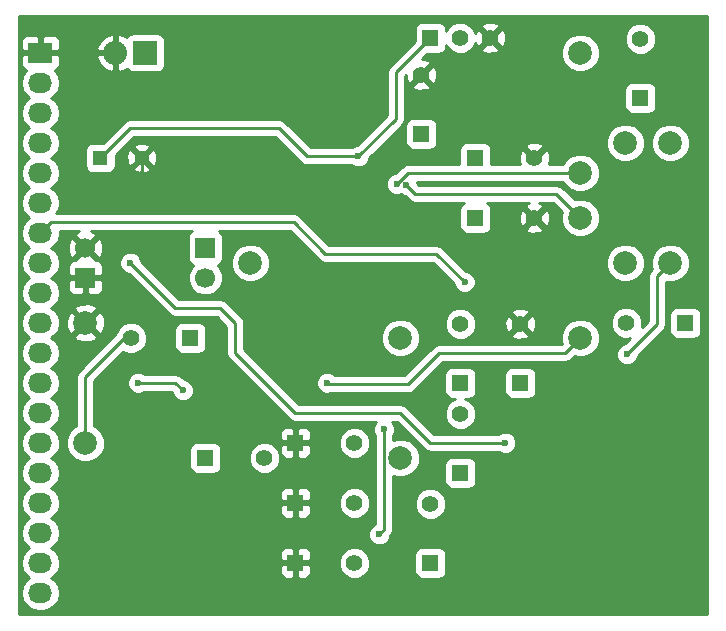
<source format=gbl>
G04 #@! TF.FileFunction,Copper,L2,Bot,Signal*
%FSLAX46Y46*%
G04 Gerber Fmt 4.6, Leading zero omitted, Abs format (unit mm)*
G04 Created by KiCad (PCBNEW 4.0.4+e1-6308~48~ubuntu16.04.1-stable) date Fri Nov  4 19:56:27 2016*
%MOMM*%
%LPD*%
G01*
G04 APERTURE LIST*
%ADD10C,0.100000*%
%ADD11C,1.300000*%
%ADD12R,1.300000X1.300000*%
%ADD13R,2.032000X2.032000*%
%ADD14O,2.032000X2.032000*%
%ADD15R,1.397000X1.397000*%
%ADD16C,1.397000*%
%ADD17C,2.000000*%
%ADD18R,2.032000X1.727200*%
%ADD19O,2.032000X1.727200*%
%ADD20C,1.998980*%
%ADD21R,1.400000X1.400000*%
%ADD22C,1.400000*%
%ADD23C,1.699260*%
%ADD24R,1.699260X1.699260*%
%ADD25C,0.600000*%
%ADD26C,0.250000*%
%ADD27C,0.254000*%
G04 APERTURE END LIST*
D10*
D11*
X55570000Y-96520000D03*
D12*
X52070000Y-96520000D03*
D13*
X55880000Y-87630000D03*
D14*
X53340000Y-87630000D03*
D15*
X80010000Y-86360000D03*
D16*
X82550000Y-86360000D03*
X85090000Y-86360000D03*
D17*
X64770000Y-105410000D03*
D18*
X46990000Y-87630000D03*
D19*
X46990000Y-90170000D03*
X46990000Y-92710000D03*
X46990000Y-95250000D03*
X46990000Y-97790000D03*
X46990000Y-100330000D03*
X46990000Y-102870000D03*
X46990000Y-105410000D03*
X46990000Y-107950000D03*
X46990000Y-110490000D03*
X46990000Y-113030000D03*
X46990000Y-115570000D03*
X46990000Y-118110000D03*
X46990000Y-120650000D03*
X46990000Y-123190000D03*
X46990000Y-125730000D03*
X46990000Y-128270000D03*
X46990000Y-130810000D03*
X46990000Y-133350000D03*
D20*
X100330000Y-105410000D03*
X100330000Y-95250000D03*
X96520000Y-105410000D03*
X96520000Y-95250000D03*
X92710000Y-111760000D03*
X92710000Y-101600000D03*
X92710000Y-87630000D03*
X92710000Y-97790000D03*
X50800000Y-120650000D03*
X50800000Y-110490000D03*
X77470000Y-121920000D03*
X77470000Y-111760000D03*
D21*
X101600000Y-110490000D03*
D22*
X96600000Y-110490000D03*
D21*
X97790000Y-91440000D03*
D22*
X97790000Y-86440000D03*
D21*
X79248000Y-94488000D03*
D22*
X79248000Y-89488000D03*
D21*
X83820000Y-96520000D03*
D22*
X88820000Y-96520000D03*
D21*
X83820000Y-101600000D03*
D22*
X88820000Y-101600000D03*
D21*
X87630000Y-115570000D03*
D22*
X87630000Y-110570000D03*
D21*
X68580000Y-120650000D03*
D22*
X73580000Y-120650000D03*
D21*
X82550000Y-115570000D03*
D22*
X82550000Y-110570000D03*
D21*
X68580000Y-130810000D03*
D22*
X73580000Y-130810000D03*
D21*
X59690000Y-111760000D03*
D22*
X54690000Y-111760000D03*
D21*
X82550000Y-123190000D03*
D22*
X82550000Y-118190000D03*
D21*
X80010000Y-130810000D03*
D22*
X80010000Y-125810000D03*
D21*
X68580000Y-125730000D03*
D22*
X73580000Y-125730000D03*
D21*
X60960000Y-121920000D03*
D22*
X65960000Y-121920000D03*
D23*
X60960520Y-106677460D03*
D24*
X50800520Y-106677460D03*
D23*
X50799480Y-104142540D03*
D24*
X60959480Y-104142540D03*
D25*
X55245000Y-115570000D03*
X59055000Y-116205000D03*
X73914000Y-96393000D03*
X52324000Y-100838000D03*
X76073000Y-119507000D03*
X75692000Y-128397000D03*
X82910000Y-107040000D03*
X71247000Y-115570000D03*
X77152500Y-98742500D03*
X77978000Y-98806000D03*
X54610000Y-105410000D03*
X86360000Y-120650000D03*
X96647000Y-113157000D03*
D26*
X58420000Y-115570000D02*
X55245000Y-115570000D01*
X59055000Y-116205000D02*
X58420000Y-115570000D01*
X54690000Y-111760000D02*
X54102000Y-111760000D01*
X54102000Y-111760000D02*
X50800000Y-115062000D01*
X50800000Y-115062000D02*
X50800000Y-120650000D01*
X73914000Y-96393000D02*
X69596000Y-96393000D01*
X54610000Y-93980000D02*
X52070000Y-96520000D01*
X67183000Y-93980000D02*
X54610000Y-93980000D01*
X69596000Y-96393000D02*
X67183000Y-93980000D01*
X77089000Y-89281000D02*
X80010000Y-86360000D01*
X77089000Y-93218000D02*
X77089000Y-89281000D01*
X73914000Y-96393000D02*
X77089000Y-93218000D01*
X55570000Y-97592000D02*
X55570000Y-96520000D01*
X52324000Y-100838000D02*
X55570000Y-97592000D01*
X76073000Y-128016000D02*
X76073000Y-119507000D01*
X75692000Y-128397000D02*
X76073000Y-128016000D01*
X46990000Y-102870000D02*
X47879000Y-101981000D01*
X68453000Y-101981000D02*
X47879000Y-101981000D01*
X71120000Y-104648000D02*
X68453000Y-101981000D01*
X80518000Y-104648000D02*
X71120000Y-104648000D01*
X80518000Y-104648000D02*
X82910000Y-107040000D01*
X71247000Y-115570000D02*
X71374000Y-115697000D01*
X71374000Y-115697000D02*
X78105000Y-115697000D01*
X78105000Y-115697000D02*
X80772000Y-113030000D01*
X80772000Y-113030000D02*
X91440000Y-113030000D01*
X91440000Y-113030000D02*
X92710000Y-111760000D01*
X78105000Y-97790000D02*
X92710000Y-97790000D01*
X77152500Y-98742500D02*
X78105000Y-97790000D01*
X90678000Y-99568000D02*
X92710000Y-101600000D01*
X78740000Y-99568000D02*
X90678000Y-99568000D01*
X77978000Y-98806000D02*
X78740000Y-99568000D01*
X58420000Y-109220000D02*
X54610000Y-105410000D01*
X62230000Y-109220000D02*
X58420000Y-109220000D01*
X63500000Y-110490000D02*
X62230000Y-109220000D01*
X63500000Y-113030000D02*
X63500000Y-110490000D01*
X68580000Y-118110000D02*
X63500000Y-113030000D01*
X77470000Y-118110000D02*
X68580000Y-118110000D01*
X80010000Y-120650000D02*
X77470000Y-118110000D01*
X86360000Y-120650000D02*
X80010000Y-120650000D01*
X99187000Y-106553000D02*
X100330000Y-105410000D01*
X99187000Y-110617000D02*
X99187000Y-106553000D01*
X96647000Y-113157000D02*
X99187000Y-110617000D01*
D27*
G36*
X103430000Y-135180000D02*
X45160000Y-135180000D01*
X45160000Y-90170000D01*
X45306655Y-90170000D01*
X45420729Y-90743489D01*
X45745585Y-91229670D01*
X46060366Y-91440000D01*
X45745585Y-91650330D01*
X45420729Y-92136511D01*
X45306655Y-92710000D01*
X45420729Y-93283489D01*
X45745585Y-93769670D01*
X46060366Y-93980000D01*
X45745585Y-94190330D01*
X45420729Y-94676511D01*
X45306655Y-95250000D01*
X45420729Y-95823489D01*
X45745585Y-96309670D01*
X46060366Y-96520000D01*
X45745585Y-96730330D01*
X45420729Y-97216511D01*
X45306655Y-97790000D01*
X45420729Y-98363489D01*
X45745585Y-98849670D01*
X46060366Y-99060000D01*
X45745585Y-99270330D01*
X45420729Y-99756511D01*
X45306655Y-100330000D01*
X45420729Y-100903489D01*
X45745585Y-101389670D01*
X46060366Y-101600000D01*
X45745585Y-101810330D01*
X45420729Y-102296511D01*
X45306655Y-102870000D01*
X45420729Y-103443489D01*
X45745585Y-103929670D01*
X46060366Y-104140000D01*
X45745585Y-104350330D01*
X45420729Y-104836511D01*
X45306655Y-105410000D01*
X45420729Y-105983489D01*
X45745585Y-106469670D01*
X46060366Y-106680000D01*
X45745585Y-106890330D01*
X45420729Y-107376511D01*
X45306655Y-107950000D01*
X45420729Y-108523489D01*
X45745585Y-109009670D01*
X46060366Y-109220000D01*
X45745585Y-109430330D01*
X45420729Y-109916511D01*
X45306655Y-110490000D01*
X45420729Y-111063489D01*
X45745585Y-111549670D01*
X46060366Y-111760000D01*
X45745585Y-111970330D01*
X45420729Y-112456511D01*
X45306655Y-113030000D01*
X45420729Y-113603489D01*
X45745585Y-114089670D01*
X46060366Y-114300000D01*
X45745585Y-114510330D01*
X45420729Y-114996511D01*
X45306655Y-115570000D01*
X45420729Y-116143489D01*
X45745585Y-116629670D01*
X46060366Y-116840000D01*
X45745585Y-117050330D01*
X45420729Y-117536511D01*
X45306655Y-118110000D01*
X45420729Y-118683489D01*
X45745585Y-119169670D01*
X46060366Y-119380000D01*
X45745585Y-119590330D01*
X45420729Y-120076511D01*
X45306655Y-120650000D01*
X45420729Y-121223489D01*
X45745585Y-121709670D01*
X46060366Y-121920000D01*
X45745585Y-122130330D01*
X45420729Y-122616511D01*
X45306655Y-123190000D01*
X45420729Y-123763489D01*
X45745585Y-124249670D01*
X46060366Y-124460000D01*
X45745585Y-124670330D01*
X45420729Y-125156511D01*
X45306655Y-125730000D01*
X45420729Y-126303489D01*
X45745585Y-126789670D01*
X46060366Y-127000000D01*
X45745585Y-127210330D01*
X45420729Y-127696511D01*
X45306655Y-128270000D01*
X45420729Y-128843489D01*
X45745585Y-129329670D01*
X46060366Y-129540000D01*
X45745585Y-129750330D01*
X45420729Y-130236511D01*
X45306655Y-130810000D01*
X45420729Y-131383489D01*
X45745585Y-131869670D01*
X46060366Y-132080000D01*
X45745585Y-132290330D01*
X45420729Y-132776511D01*
X45306655Y-133350000D01*
X45420729Y-133923489D01*
X45745585Y-134409670D01*
X46231766Y-134734526D01*
X46805255Y-134848600D01*
X47174745Y-134848600D01*
X47748234Y-134734526D01*
X48234415Y-134409670D01*
X48559271Y-133923489D01*
X48673345Y-133350000D01*
X48559271Y-132776511D01*
X48234415Y-132290330D01*
X47919634Y-132080000D01*
X48234415Y-131869670D01*
X48559271Y-131383489D01*
X48616505Y-131095750D01*
X67245000Y-131095750D01*
X67245000Y-131636310D01*
X67341673Y-131869699D01*
X67520302Y-132048327D01*
X67753691Y-132145000D01*
X68294250Y-132145000D01*
X68453000Y-131986250D01*
X68453000Y-130937000D01*
X68707000Y-130937000D01*
X68707000Y-131986250D01*
X68865750Y-132145000D01*
X69406309Y-132145000D01*
X69639698Y-132048327D01*
X69818327Y-131869699D01*
X69915000Y-131636310D01*
X69915000Y-131095750D01*
X69893633Y-131074383D01*
X72244769Y-131074383D01*
X72447582Y-131565229D01*
X72822796Y-131941098D01*
X73313287Y-132144768D01*
X73844383Y-132145231D01*
X74335229Y-131942418D01*
X74711098Y-131567204D01*
X74914768Y-131076713D01*
X74915231Y-130545617D01*
X74735239Y-130110000D01*
X78662560Y-130110000D01*
X78662560Y-131510000D01*
X78706838Y-131745317D01*
X78845910Y-131961441D01*
X79058110Y-132106431D01*
X79310000Y-132157440D01*
X80710000Y-132157440D01*
X80945317Y-132113162D01*
X81161441Y-131974090D01*
X81306431Y-131761890D01*
X81357440Y-131510000D01*
X81357440Y-130110000D01*
X81313162Y-129874683D01*
X81174090Y-129658559D01*
X80961890Y-129513569D01*
X80710000Y-129462560D01*
X79310000Y-129462560D01*
X79074683Y-129506838D01*
X78858559Y-129645910D01*
X78713569Y-129858110D01*
X78662560Y-130110000D01*
X74735239Y-130110000D01*
X74712418Y-130054771D01*
X74337204Y-129678902D01*
X73846713Y-129475232D01*
X73315617Y-129474769D01*
X72824771Y-129677582D01*
X72448902Y-130052796D01*
X72245232Y-130543287D01*
X72244769Y-131074383D01*
X69893633Y-131074383D01*
X69756250Y-130937000D01*
X68707000Y-130937000D01*
X68453000Y-130937000D01*
X67403750Y-130937000D01*
X67245000Y-131095750D01*
X48616505Y-131095750D01*
X48673345Y-130810000D01*
X48559271Y-130236511D01*
X48390342Y-129983690D01*
X67245000Y-129983690D01*
X67245000Y-130524250D01*
X67403750Y-130683000D01*
X68453000Y-130683000D01*
X68453000Y-129633750D01*
X68707000Y-129633750D01*
X68707000Y-130683000D01*
X69756250Y-130683000D01*
X69915000Y-130524250D01*
X69915000Y-129983690D01*
X69818327Y-129750301D01*
X69639698Y-129571673D01*
X69406309Y-129475000D01*
X68865750Y-129475000D01*
X68707000Y-129633750D01*
X68453000Y-129633750D01*
X68294250Y-129475000D01*
X67753691Y-129475000D01*
X67520302Y-129571673D01*
X67341673Y-129750301D01*
X67245000Y-129983690D01*
X48390342Y-129983690D01*
X48234415Y-129750330D01*
X47919634Y-129540000D01*
X48234415Y-129329670D01*
X48559271Y-128843489D01*
X48673345Y-128270000D01*
X48559271Y-127696511D01*
X48234415Y-127210330D01*
X47919634Y-127000000D01*
X48234415Y-126789670D01*
X48559271Y-126303489D01*
X48616505Y-126015750D01*
X67245000Y-126015750D01*
X67245000Y-126556310D01*
X67341673Y-126789699D01*
X67520302Y-126968327D01*
X67753691Y-127065000D01*
X68294250Y-127065000D01*
X68453000Y-126906250D01*
X68453000Y-125857000D01*
X68707000Y-125857000D01*
X68707000Y-126906250D01*
X68865750Y-127065000D01*
X69406309Y-127065000D01*
X69639698Y-126968327D01*
X69818327Y-126789699D01*
X69915000Y-126556310D01*
X69915000Y-126015750D01*
X69893633Y-125994383D01*
X72244769Y-125994383D01*
X72447582Y-126485229D01*
X72822796Y-126861098D01*
X73313287Y-127064768D01*
X73844383Y-127065231D01*
X74335229Y-126862418D01*
X74711098Y-126487204D01*
X74914768Y-125996713D01*
X74915231Y-125465617D01*
X74712418Y-124974771D01*
X74337204Y-124598902D01*
X73846713Y-124395232D01*
X73315617Y-124394769D01*
X72824771Y-124597582D01*
X72448902Y-124972796D01*
X72245232Y-125463287D01*
X72244769Y-125994383D01*
X69893633Y-125994383D01*
X69756250Y-125857000D01*
X68707000Y-125857000D01*
X68453000Y-125857000D01*
X67403750Y-125857000D01*
X67245000Y-126015750D01*
X48616505Y-126015750D01*
X48673345Y-125730000D01*
X48559271Y-125156511D01*
X48390342Y-124903690D01*
X67245000Y-124903690D01*
X67245000Y-125444250D01*
X67403750Y-125603000D01*
X68453000Y-125603000D01*
X68453000Y-124553750D01*
X68707000Y-124553750D01*
X68707000Y-125603000D01*
X69756250Y-125603000D01*
X69915000Y-125444250D01*
X69915000Y-124903690D01*
X69818327Y-124670301D01*
X69639698Y-124491673D01*
X69406309Y-124395000D01*
X68865750Y-124395000D01*
X68707000Y-124553750D01*
X68453000Y-124553750D01*
X68294250Y-124395000D01*
X67753691Y-124395000D01*
X67520302Y-124491673D01*
X67341673Y-124670301D01*
X67245000Y-124903690D01*
X48390342Y-124903690D01*
X48234415Y-124670330D01*
X47919634Y-124460000D01*
X48234415Y-124249670D01*
X48559271Y-123763489D01*
X48673345Y-123190000D01*
X48559271Y-122616511D01*
X48234415Y-122130330D01*
X47919634Y-121920000D01*
X48234415Y-121709670D01*
X48559271Y-121223489D01*
X48608958Y-120973694D01*
X49165226Y-120973694D01*
X49413538Y-121574655D01*
X49872927Y-122034846D01*
X50473453Y-122284206D01*
X51123694Y-122284774D01*
X51724655Y-122036462D01*
X52184846Y-121577073D01*
X52333115Y-121220000D01*
X59612560Y-121220000D01*
X59612560Y-122620000D01*
X59656838Y-122855317D01*
X59795910Y-123071441D01*
X60008110Y-123216431D01*
X60260000Y-123267440D01*
X61660000Y-123267440D01*
X61895317Y-123223162D01*
X62111441Y-123084090D01*
X62256431Y-122871890D01*
X62307440Y-122620000D01*
X62307440Y-122184383D01*
X64624769Y-122184383D01*
X64827582Y-122675229D01*
X65202796Y-123051098D01*
X65693287Y-123254768D01*
X66224383Y-123255231D01*
X66715229Y-123052418D01*
X67091098Y-122677204D01*
X67294768Y-122186713D01*
X67295231Y-121655617D01*
X67092418Y-121164771D01*
X66863797Y-120935750D01*
X67245000Y-120935750D01*
X67245000Y-121476310D01*
X67341673Y-121709699D01*
X67520302Y-121888327D01*
X67753691Y-121985000D01*
X68294250Y-121985000D01*
X68453000Y-121826250D01*
X68453000Y-120777000D01*
X68707000Y-120777000D01*
X68707000Y-121826250D01*
X68865750Y-121985000D01*
X69406309Y-121985000D01*
X69639698Y-121888327D01*
X69818327Y-121709699D01*
X69915000Y-121476310D01*
X69915000Y-120935750D01*
X69893633Y-120914383D01*
X72244769Y-120914383D01*
X72447582Y-121405229D01*
X72822796Y-121781098D01*
X73313287Y-121984768D01*
X73844383Y-121985231D01*
X74335229Y-121782418D01*
X74711098Y-121407204D01*
X74914768Y-120916713D01*
X74915231Y-120385617D01*
X74712418Y-119894771D01*
X74337204Y-119518902D01*
X73846713Y-119315232D01*
X73315617Y-119314769D01*
X72824771Y-119517582D01*
X72448902Y-119892796D01*
X72245232Y-120383287D01*
X72244769Y-120914383D01*
X69893633Y-120914383D01*
X69756250Y-120777000D01*
X68707000Y-120777000D01*
X68453000Y-120777000D01*
X67403750Y-120777000D01*
X67245000Y-120935750D01*
X66863797Y-120935750D01*
X66717204Y-120788902D01*
X66226713Y-120585232D01*
X65695617Y-120584769D01*
X65204771Y-120787582D01*
X64828902Y-121162796D01*
X64625232Y-121653287D01*
X64624769Y-122184383D01*
X62307440Y-122184383D01*
X62307440Y-121220000D01*
X62263162Y-120984683D01*
X62124090Y-120768559D01*
X61911890Y-120623569D01*
X61660000Y-120572560D01*
X60260000Y-120572560D01*
X60024683Y-120616838D01*
X59808559Y-120755910D01*
X59663569Y-120968110D01*
X59612560Y-121220000D01*
X52333115Y-121220000D01*
X52434206Y-120976547D01*
X52434774Y-120326306D01*
X52227098Y-119823690D01*
X67245000Y-119823690D01*
X67245000Y-120364250D01*
X67403750Y-120523000D01*
X68453000Y-120523000D01*
X68453000Y-119473750D01*
X68707000Y-119473750D01*
X68707000Y-120523000D01*
X69756250Y-120523000D01*
X69915000Y-120364250D01*
X69915000Y-119823690D01*
X69818327Y-119590301D01*
X69639698Y-119411673D01*
X69406309Y-119315000D01*
X68865750Y-119315000D01*
X68707000Y-119473750D01*
X68453000Y-119473750D01*
X68294250Y-119315000D01*
X67753691Y-119315000D01*
X67520302Y-119411673D01*
X67341673Y-119590301D01*
X67245000Y-119823690D01*
X52227098Y-119823690D01*
X52186462Y-119725345D01*
X51727073Y-119265154D01*
X51560000Y-119195779D01*
X51560000Y-115755167D01*
X54309838Y-115755167D01*
X54451883Y-116098943D01*
X54714673Y-116362192D01*
X55058201Y-116504838D01*
X55430167Y-116505162D01*
X55773943Y-116363117D01*
X55807118Y-116330000D01*
X58105198Y-116330000D01*
X58119878Y-116344680D01*
X58119838Y-116390167D01*
X58261883Y-116733943D01*
X58524673Y-116997192D01*
X58868201Y-117139838D01*
X59240167Y-117140162D01*
X59583943Y-116998117D01*
X59847192Y-116735327D01*
X59989838Y-116391799D01*
X59990162Y-116019833D01*
X59848117Y-115676057D01*
X59585327Y-115412808D01*
X59241799Y-115270162D01*
X59194923Y-115270121D01*
X58957401Y-115032599D01*
X58710839Y-114867852D01*
X58420000Y-114810000D01*
X55807463Y-114810000D01*
X55775327Y-114777808D01*
X55431799Y-114635162D01*
X55059833Y-114634838D01*
X54716057Y-114776883D01*
X54452808Y-115039673D01*
X54310162Y-115383201D01*
X54309838Y-115755167D01*
X51560000Y-115755167D01*
X51560000Y-115376802D01*
X54012576Y-112924226D01*
X54423287Y-113094768D01*
X54954383Y-113095231D01*
X55445229Y-112892418D01*
X55821098Y-112517204D01*
X56024768Y-112026713D01*
X56025231Y-111495617D01*
X55845239Y-111060000D01*
X58342560Y-111060000D01*
X58342560Y-112460000D01*
X58386838Y-112695317D01*
X58525910Y-112911441D01*
X58738110Y-113056431D01*
X58990000Y-113107440D01*
X60390000Y-113107440D01*
X60625317Y-113063162D01*
X60841441Y-112924090D01*
X60986431Y-112711890D01*
X61037440Y-112460000D01*
X61037440Y-111060000D01*
X60993162Y-110824683D01*
X60854090Y-110608559D01*
X60641890Y-110463569D01*
X60390000Y-110412560D01*
X58990000Y-110412560D01*
X58754683Y-110456838D01*
X58538559Y-110595910D01*
X58393569Y-110808110D01*
X58342560Y-111060000D01*
X55845239Y-111060000D01*
X55822418Y-111004771D01*
X55447204Y-110628902D01*
X54956713Y-110425232D01*
X54425617Y-110424769D01*
X53934771Y-110627582D01*
X53558902Y-111002796D01*
X53398776Y-111388422D01*
X50262599Y-114524599D01*
X50097852Y-114771161D01*
X50040000Y-115062000D01*
X50040000Y-119195504D01*
X49875345Y-119263538D01*
X49415154Y-119722927D01*
X49165794Y-120323453D01*
X49165226Y-120973694D01*
X48608958Y-120973694D01*
X48673345Y-120650000D01*
X48559271Y-120076511D01*
X48234415Y-119590330D01*
X47919634Y-119380000D01*
X48234415Y-119169670D01*
X48559271Y-118683489D01*
X48673345Y-118110000D01*
X48559271Y-117536511D01*
X48234415Y-117050330D01*
X47919634Y-116840000D01*
X48234415Y-116629670D01*
X48559271Y-116143489D01*
X48673345Y-115570000D01*
X48559271Y-114996511D01*
X48234415Y-114510330D01*
X47919634Y-114300000D01*
X48234415Y-114089670D01*
X48559271Y-113603489D01*
X48673345Y-113030000D01*
X48559271Y-112456511D01*
X48234415Y-111970330D01*
X47919634Y-111760000D01*
X48095989Y-111642163D01*
X49827443Y-111642163D01*
X49926042Y-111908965D01*
X50535582Y-112135401D01*
X51185377Y-112111341D01*
X51673958Y-111908965D01*
X51772557Y-111642163D01*
X50800000Y-110669605D01*
X49827443Y-111642163D01*
X48095989Y-111642163D01*
X48234415Y-111549670D01*
X48559271Y-111063489D01*
X48673345Y-110490000D01*
X48620750Y-110225582D01*
X49154599Y-110225582D01*
X49178659Y-110875377D01*
X49381035Y-111363958D01*
X49647837Y-111462557D01*
X50620395Y-110490000D01*
X50979605Y-110490000D01*
X51952163Y-111462557D01*
X52218965Y-111363958D01*
X52445401Y-110754418D01*
X52421341Y-110104623D01*
X52218965Y-109616042D01*
X51952163Y-109517443D01*
X50979605Y-110490000D01*
X50620395Y-110490000D01*
X49647837Y-109517443D01*
X49381035Y-109616042D01*
X49154599Y-110225582D01*
X48620750Y-110225582D01*
X48559271Y-109916511D01*
X48234415Y-109430330D01*
X48095990Y-109337837D01*
X49827443Y-109337837D01*
X50800000Y-110310395D01*
X51772557Y-109337837D01*
X51673958Y-109071035D01*
X51064418Y-108844599D01*
X50414623Y-108868659D01*
X49926042Y-109071035D01*
X49827443Y-109337837D01*
X48095990Y-109337837D01*
X47919634Y-109220000D01*
X48234415Y-109009670D01*
X48559271Y-108523489D01*
X48673345Y-107950000D01*
X48559271Y-107376511D01*
X48283112Y-106963210D01*
X49315890Y-106963210D01*
X49315890Y-107653400D01*
X49412563Y-107886789D01*
X49591192Y-108065417D01*
X49824581Y-108162090D01*
X50514770Y-108162090D01*
X50673520Y-108003340D01*
X50673520Y-106804460D01*
X50927520Y-106804460D01*
X50927520Y-108003340D01*
X51086270Y-108162090D01*
X51776459Y-108162090D01*
X52009848Y-108065417D01*
X52188477Y-107886789D01*
X52285150Y-107653400D01*
X52285150Y-106963210D01*
X52126400Y-106804460D01*
X50927520Y-106804460D01*
X50673520Y-106804460D01*
X49474640Y-106804460D01*
X49315890Y-106963210D01*
X48283112Y-106963210D01*
X48234415Y-106890330D01*
X47919634Y-106680000D01*
X48234415Y-106469670D01*
X48559271Y-105983489D01*
X48615358Y-105701520D01*
X49315890Y-105701520D01*
X49315890Y-106391710D01*
X49474640Y-106550460D01*
X50673520Y-106550460D01*
X50673520Y-106530460D01*
X50927520Y-106530460D01*
X50927520Y-106550460D01*
X52126400Y-106550460D01*
X52285150Y-106391710D01*
X52285150Y-105701520D01*
X52241098Y-105595167D01*
X53674838Y-105595167D01*
X53816883Y-105938943D01*
X54079673Y-106202192D01*
X54423201Y-106344838D01*
X54470077Y-106344879D01*
X57882599Y-109757401D01*
X58129161Y-109922148D01*
X58420000Y-109980000D01*
X61915198Y-109980000D01*
X62740000Y-110804802D01*
X62740000Y-113030000D01*
X62797852Y-113320839D01*
X62962599Y-113567401D01*
X68042599Y-118647401D01*
X68289161Y-118812148D01*
X68580000Y-118870000D01*
X75387667Y-118870000D01*
X75280808Y-118976673D01*
X75138162Y-119320201D01*
X75137838Y-119692167D01*
X75279883Y-120035943D01*
X75313000Y-120069118D01*
X75313000Y-127541928D01*
X75163057Y-127603883D01*
X74899808Y-127866673D01*
X74757162Y-128210201D01*
X74756838Y-128582167D01*
X74898883Y-128925943D01*
X75161673Y-129189192D01*
X75505201Y-129331838D01*
X75877167Y-129332162D01*
X76220943Y-129190117D01*
X76484192Y-128927327D01*
X76626838Y-128583799D01*
X76626886Y-128528730D01*
X76775148Y-128306840D01*
X76833000Y-128016000D01*
X76833000Y-126074383D01*
X78674769Y-126074383D01*
X78877582Y-126565229D01*
X79252796Y-126941098D01*
X79743287Y-127144768D01*
X80274383Y-127145231D01*
X80765229Y-126942418D01*
X81141098Y-126567204D01*
X81344768Y-126076713D01*
X81345231Y-125545617D01*
X81142418Y-125054771D01*
X80767204Y-124678902D01*
X80276713Y-124475232D01*
X79745617Y-124474769D01*
X79254771Y-124677582D01*
X78878902Y-125052796D01*
X78675232Y-125543287D01*
X78674769Y-126074383D01*
X76833000Y-126074383D01*
X76833000Y-123425295D01*
X77143453Y-123554206D01*
X77793694Y-123554774D01*
X78394655Y-123306462D01*
X78854846Y-122847073D01*
X79003115Y-122490000D01*
X81202560Y-122490000D01*
X81202560Y-123890000D01*
X81246838Y-124125317D01*
X81385910Y-124341441D01*
X81598110Y-124486431D01*
X81850000Y-124537440D01*
X83250000Y-124537440D01*
X83485317Y-124493162D01*
X83701441Y-124354090D01*
X83846431Y-124141890D01*
X83897440Y-123890000D01*
X83897440Y-122490000D01*
X83853162Y-122254683D01*
X83714090Y-122038559D01*
X83501890Y-121893569D01*
X83250000Y-121842560D01*
X81850000Y-121842560D01*
X81614683Y-121886838D01*
X81398559Y-122025910D01*
X81253569Y-122238110D01*
X81202560Y-122490000D01*
X79003115Y-122490000D01*
X79104206Y-122246547D01*
X79104774Y-121596306D01*
X78856462Y-120995345D01*
X78397073Y-120535154D01*
X77796547Y-120285794D01*
X77146306Y-120285226D01*
X76833000Y-120414681D01*
X76833000Y-120069463D01*
X76865192Y-120037327D01*
X77007838Y-119693799D01*
X77008162Y-119321833D01*
X76866117Y-118978057D01*
X76758248Y-118870000D01*
X77155198Y-118870000D01*
X79472599Y-121187401D01*
X79719160Y-121352148D01*
X79767414Y-121361746D01*
X80010000Y-121410000D01*
X85797537Y-121410000D01*
X85829673Y-121442192D01*
X86173201Y-121584838D01*
X86545167Y-121585162D01*
X86888943Y-121443117D01*
X87152192Y-121180327D01*
X87294838Y-120836799D01*
X87295162Y-120464833D01*
X87153117Y-120121057D01*
X86890327Y-119857808D01*
X86546799Y-119715162D01*
X86174833Y-119714838D01*
X85831057Y-119856883D01*
X85797882Y-119890000D01*
X80324802Y-119890000D01*
X78007401Y-117572599D01*
X77760839Y-117407852D01*
X77470000Y-117350000D01*
X68894802Y-117350000D01*
X67299969Y-115755167D01*
X70311838Y-115755167D01*
X70453883Y-116098943D01*
X70716673Y-116362192D01*
X71060201Y-116504838D01*
X71432167Y-116505162D01*
X71548728Y-116457000D01*
X78105000Y-116457000D01*
X78395839Y-116399148D01*
X78642401Y-116234401D01*
X80006802Y-114870000D01*
X81202560Y-114870000D01*
X81202560Y-116270000D01*
X81246838Y-116505317D01*
X81385910Y-116721441D01*
X81598110Y-116866431D01*
X81850000Y-116917440D01*
X82133941Y-116917440D01*
X81794771Y-117057582D01*
X81418902Y-117432796D01*
X81215232Y-117923287D01*
X81214769Y-118454383D01*
X81417582Y-118945229D01*
X81792796Y-119321098D01*
X82283287Y-119524768D01*
X82814383Y-119525231D01*
X83305229Y-119322418D01*
X83681098Y-118947204D01*
X83884768Y-118456713D01*
X83885231Y-117925617D01*
X83682418Y-117434771D01*
X83307204Y-117058902D01*
X82966526Y-116917440D01*
X83250000Y-116917440D01*
X83485317Y-116873162D01*
X83701441Y-116734090D01*
X83846431Y-116521890D01*
X83897440Y-116270000D01*
X83897440Y-114870000D01*
X86282560Y-114870000D01*
X86282560Y-116270000D01*
X86326838Y-116505317D01*
X86465910Y-116721441D01*
X86678110Y-116866431D01*
X86930000Y-116917440D01*
X88330000Y-116917440D01*
X88565317Y-116873162D01*
X88781441Y-116734090D01*
X88926431Y-116521890D01*
X88977440Y-116270000D01*
X88977440Y-114870000D01*
X88933162Y-114634683D01*
X88794090Y-114418559D01*
X88581890Y-114273569D01*
X88330000Y-114222560D01*
X86930000Y-114222560D01*
X86694683Y-114266838D01*
X86478559Y-114405910D01*
X86333569Y-114618110D01*
X86282560Y-114870000D01*
X83897440Y-114870000D01*
X83853162Y-114634683D01*
X83714090Y-114418559D01*
X83501890Y-114273569D01*
X83250000Y-114222560D01*
X81850000Y-114222560D01*
X81614683Y-114266838D01*
X81398559Y-114405910D01*
X81253569Y-114618110D01*
X81202560Y-114870000D01*
X80006802Y-114870000D01*
X81086802Y-113790000D01*
X91440000Y-113790000D01*
X91730839Y-113732148D01*
X91977401Y-113567401D01*
X92218917Y-113325885D01*
X92383453Y-113394206D01*
X93033694Y-113394774D01*
X93634655Y-113146462D01*
X94094846Y-112687073D01*
X94344206Y-112086547D01*
X94344774Y-111436306D01*
X94096462Y-110835345D01*
X94015642Y-110754383D01*
X95264769Y-110754383D01*
X95467582Y-111245229D01*
X95842796Y-111621098D01*
X96333287Y-111824768D01*
X96864383Y-111825231D01*
X96931839Y-111797359D01*
X96507320Y-112221878D01*
X96461833Y-112221838D01*
X96118057Y-112363883D01*
X95854808Y-112626673D01*
X95712162Y-112970201D01*
X95711838Y-113342167D01*
X95853883Y-113685943D01*
X96116673Y-113949192D01*
X96460201Y-114091838D01*
X96832167Y-114092162D01*
X97175943Y-113950117D01*
X97439192Y-113687327D01*
X97581838Y-113343799D01*
X97581879Y-113296923D01*
X99724401Y-111154401D01*
X99889148Y-110907840D01*
X99905689Y-110824683D01*
X99947000Y-110617000D01*
X99947000Y-109790000D01*
X100252560Y-109790000D01*
X100252560Y-111190000D01*
X100296838Y-111425317D01*
X100435910Y-111641441D01*
X100648110Y-111786431D01*
X100900000Y-111837440D01*
X102300000Y-111837440D01*
X102535317Y-111793162D01*
X102751441Y-111654090D01*
X102896431Y-111441890D01*
X102947440Y-111190000D01*
X102947440Y-109790000D01*
X102903162Y-109554683D01*
X102764090Y-109338559D01*
X102551890Y-109193569D01*
X102300000Y-109142560D01*
X100900000Y-109142560D01*
X100664683Y-109186838D01*
X100448559Y-109325910D01*
X100303569Y-109538110D01*
X100252560Y-109790000D01*
X99947000Y-109790000D01*
X99947000Y-107020765D01*
X100003453Y-107044206D01*
X100653694Y-107044774D01*
X101254655Y-106796462D01*
X101714846Y-106337073D01*
X101964206Y-105736547D01*
X101964774Y-105086306D01*
X101716462Y-104485345D01*
X101257073Y-104025154D01*
X100656547Y-103775794D01*
X100006306Y-103775226D01*
X99405345Y-104023538D01*
X98945154Y-104482927D01*
X98695794Y-105083453D01*
X98695226Y-105733694D01*
X98764309Y-105900889D01*
X98649599Y-106015599D01*
X98484852Y-106262161D01*
X98427000Y-106553000D01*
X98427000Y-110302198D01*
X97907985Y-110821213D01*
X97934768Y-110756713D01*
X97935231Y-110225617D01*
X97732418Y-109734771D01*
X97357204Y-109358902D01*
X96866713Y-109155232D01*
X96335617Y-109154769D01*
X95844771Y-109357582D01*
X95468902Y-109732796D01*
X95265232Y-110223287D01*
X95264769Y-110754383D01*
X94015642Y-110754383D01*
X93637073Y-110375154D01*
X93036547Y-110125794D01*
X92386306Y-110125226D01*
X91785345Y-110373538D01*
X91325154Y-110832927D01*
X91075794Y-111433453D01*
X91075226Y-112083694D01*
X91144309Y-112250889D01*
X91125198Y-112270000D01*
X80772000Y-112270000D01*
X80481161Y-112327852D01*
X80234599Y-112492599D01*
X77790198Y-114937000D01*
X71936241Y-114937000D01*
X71777327Y-114777808D01*
X71433799Y-114635162D01*
X71061833Y-114634838D01*
X70718057Y-114776883D01*
X70454808Y-115039673D01*
X70312162Y-115383201D01*
X70311838Y-115755167D01*
X67299969Y-115755167D01*
X64260000Y-112715198D01*
X64260000Y-112083694D01*
X75835226Y-112083694D01*
X76083538Y-112684655D01*
X76542927Y-113144846D01*
X77143453Y-113394206D01*
X77793694Y-113394774D01*
X78394655Y-113146462D01*
X78854846Y-112687073D01*
X79104206Y-112086547D01*
X79104774Y-111436306D01*
X78856462Y-110835345D01*
X78855502Y-110834383D01*
X81214769Y-110834383D01*
X81417582Y-111325229D01*
X81792796Y-111701098D01*
X82283287Y-111904768D01*
X82814383Y-111905231D01*
X83305229Y-111702418D01*
X83502716Y-111505275D01*
X86874331Y-111505275D01*
X86936169Y-111741042D01*
X87437122Y-111917419D01*
X87967440Y-111888664D01*
X88323831Y-111741042D01*
X88385669Y-111505275D01*
X87630000Y-110749605D01*
X86874331Y-111505275D01*
X83502716Y-111505275D01*
X83681098Y-111327204D01*
X83884768Y-110836713D01*
X83885168Y-110377122D01*
X86282581Y-110377122D01*
X86311336Y-110907440D01*
X86458958Y-111263831D01*
X86694725Y-111325669D01*
X87450395Y-110570000D01*
X87809605Y-110570000D01*
X88565275Y-111325669D01*
X88801042Y-111263831D01*
X88977419Y-110762878D01*
X88948664Y-110232560D01*
X88801042Y-109876169D01*
X88565275Y-109814331D01*
X87809605Y-110570000D01*
X87450395Y-110570000D01*
X86694725Y-109814331D01*
X86458958Y-109876169D01*
X86282581Y-110377122D01*
X83885168Y-110377122D01*
X83885231Y-110305617D01*
X83682418Y-109814771D01*
X83502686Y-109634725D01*
X86874331Y-109634725D01*
X87630000Y-110390395D01*
X88385669Y-109634725D01*
X88323831Y-109398958D01*
X87822878Y-109222581D01*
X87292560Y-109251336D01*
X86936169Y-109398958D01*
X86874331Y-109634725D01*
X83502686Y-109634725D01*
X83307204Y-109438902D01*
X82816713Y-109235232D01*
X82285617Y-109234769D01*
X81794771Y-109437582D01*
X81418902Y-109812796D01*
X81215232Y-110303287D01*
X81214769Y-110834383D01*
X78855502Y-110834383D01*
X78397073Y-110375154D01*
X77796547Y-110125794D01*
X77146306Y-110125226D01*
X76545345Y-110373538D01*
X76085154Y-110832927D01*
X75835794Y-111433453D01*
X75835226Y-112083694D01*
X64260000Y-112083694D01*
X64260000Y-110490000D01*
X64202148Y-110199160D01*
X64037401Y-109952599D01*
X62767401Y-108682599D01*
X62520839Y-108517852D01*
X62230000Y-108460000D01*
X58734802Y-108460000D01*
X55545122Y-105270320D01*
X55545162Y-105224833D01*
X55403117Y-104881057D01*
X55140327Y-104617808D01*
X54796799Y-104475162D01*
X54424833Y-104474838D01*
X54081057Y-104616883D01*
X53817808Y-104879673D01*
X53675162Y-105223201D01*
X53674838Y-105595167D01*
X52241098Y-105595167D01*
X52188477Y-105468131D01*
X52009848Y-105289503D01*
X51776459Y-105192830D01*
X51661458Y-105192830D01*
X51663565Y-105186230D01*
X50799480Y-104322145D01*
X49935395Y-105186230D01*
X49937502Y-105192830D01*
X49824581Y-105192830D01*
X49591192Y-105289503D01*
X49412563Y-105468131D01*
X49315890Y-105701520D01*
X48615358Y-105701520D01*
X48673345Y-105410000D01*
X48559271Y-104836511D01*
X48234415Y-104350330D01*
X47919634Y-104140000D01*
X48234415Y-103929670D01*
X48244947Y-103913907D01*
X49303130Y-103913907D01*
X49329539Y-104503939D01*
X49504527Y-104926398D01*
X49755790Y-105006625D01*
X50619875Y-104142540D01*
X50979085Y-104142540D01*
X51843170Y-105006625D01*
X52094433Y-104926398D01*
X52295830Y-104371173D01*
X52269421Y-103781141D01*
X52094433Y-103358682D01*
X51843170Y-103278455D01*
X50979085Y-104142540D01*
X50619875Y-104142540D01*
X49755790Y-103278455D01*
X49504527Y-103358682D01*
X49303130Y-103913907D01*
X48244947Y-103913907D01*
X48559271Y-103443489D01*
X48673345Y-102870000D01*
X48647685Y-102741000D01*
X50272946Y-102741000D01*
X50015622Y-102847587D01*
X49935395Y-103098850D01*
X50799480Y-103962935D01*
X51663565Y-103098850D01*
X51583338Y-102847587D01*
X51289492Y-102741000D01*
X59794885Y-102741000D01*
X59658409Y-102828820D01*
X59513419Y-103041020D01*
X59462410Y-103292910D01*
X59462410Y-104992170D01*
X59506688Y-105227487D01*
X59645760Y-105443611D01*
X59857960Y-105588601D01*
X59934363Y-105604073D01*
X59702646Y-105835386D01*
X59476148Y-106380853D01*
X59475632Y-106971476D01*
X59701178Y-107517337D01*
X60118446Y-107935334D01*
X60663913Y-108161832D01*
X61254536Y-108162348D01*
X61800397Y-107936802D01*
X62218394Y-107519534D01*
X62444892Y-106974067D01*
X62445408Y-106383444D01*
X62219862Y-105837583D01*
X62116255Y-105733795D01*
X63134716Y-105733795D01*
X63383106Y-106334943D01*
X63842637Y-106795278D01*
X64443352Y-107044716D01*
X65093795Y-107045284D01*
X65694943Y-106796894D01*
X66155278Y-106337363D01*
X66404716Y-105736648D01*
X66405284Y-105086205D01*
X66156894Y-104485057D01*
X65697363Y-104024722D01*
X65096648Y-103775284D01*
X64446205Y-103774716D01*
X63845057Y-104023106D01*
X63384722Y-104482637D01*
X63135284Y-105083352D01*
X63134716Y-105733795D01*
X62116255Y-105733795D01*
X61988532Y-105605849D01*
X62044427Y-105595332D01*
X62260551Y-105456260D01*
X62405541Y-105244060D01*
X62456550Y-104992170D01*
X62456550Y-103292910D01*
X62412272Y-103057593D01*
X62273200Y-102841469D01*
X62126159Y-102741000D01*
X68138198Y-102741000D01*
X70582599Y-105185401D01*
X70829161Y-105350148D01*
X71120000Y-105408000D01*
X80203198Y-105408000D01*
X81974878Y-107179680D01*
X81974838Y-107225167D01*
X82116883Y-107568943D01*
X82379673Y-107832192D01*
X82723201Y-107974838D01*
X83095167Y-107975162D01*
X83438943Y-107833117D01*
X83702192Y-107570327D01*
X83844838Y-107226799D01*
X83845162Y-106854833D01*
X83703117Y-106511057D01*
X83440327Y-106247808D01*
X83096799Y-106105162D01*
X83049923Y-106105121D01*
X82678496Y-105733694D01*
X94885226Y-105733694D01*
X95133538Y-106334655D01*
X95592927Y-106794846D01*
X96193453Y-107044206D01*
X96843694Y-107044774D01*
X97444655Y-106796462D01*
X97904846Y-106337073D01*
X98154206Y-105736547D01*
X98154774Y-105086306D01*
X97906462Y-104485345D01*
X97447073Y-104025154D01*
X96846547Y-103775794D01*
X96196306Y-103775226D01*
X95595345Y-104023538D01*
X95135154Y-104482927D01*
X94885794Y-105083453D01*
X94885226Y-105733694D01*
X82678496Y-105733694D01*
X81055401Y-104110599D01*
X80808839Y-103945852D01*
X80518000Y-103888000D01*
X71434802Y-103888000D01*
X68990401Y-101443599D01*
X68743839Y-101278852D01*
X68453000Y-101221000D01*
X48347117Y-101221000D01*
X48559271Y-100903489D01*
X48673345Y-100330000D01*
X48559271Y-99756511D01*
X48234415Y-99270330D01*
X47919634Y-99060000D01*
X48117684Y-98927667D01*
X76217338Y-98927667D01*
X76359383Y-99271443D01*
X76622173Y-99534692D01*
X76965701Y-99677338D01*
X77337667Y-99677662D01*
X77488735Y-99615242D01*
X77791201Y-99740838D01*
X77838077Y-99740879D01*
X78202599Y-100105401D01*
X78449161Y-100270148D01*
X78740000Y-100328000D01*
X82836256Y-100328000D01*
X82668559Y-100435910D01*
X82523569Y-100648110D01*
X82472560Y-100900000D01*
X82472560Y-102300000D01*
X82516838Y-102535317D01*
X82655910Y-102751441D01*
X82868110Y-102896431D01*
X83120000Y-102947440D01*
X84520000Y-102947440D01*
X84755317Y-102903162D01*
X84971441Y-102764090D01*
X85116431Y-102551890D01*
X85119795Y-102535275D01*
X88064331Y-102535275D01*
X88126169Y-102771042D01*
X88627122Y-102947419D01*
X89157440Y-102918664D01*
X89513831Y-102771042D01*
X89575669Y-102535275D01*
X88820000Y-101779605D01*
X88064331Y-102535275D01*
X85119795Y-102535275D01*
X85167440Y-102300000D01*
X85167440Y-101407122D01*
X87472581Y-101407122D01*
X87501336Y-101937440D01*
X87648958Y-102293831D01*
X87884725Y-102355669D01*
X88640395Y-101600000D01*
X88999605Y-101600000D01*
X89755275Y-102355669D01*
X89991042Y-102293831D01*
X90167419Y-101792878D01*
X90138664Y-101262560D01*
X89991042Y-100906169D01*
X89755275Y-100844331D01*
X88999605Y-101600000D01*
X88640395Y-101600000D01*
X87884725Y-100844331D01*
X87648958Y-100906169D01*
X87472581Y-101407122D01*
X85167440Y-101407122D01*
X85167440Y-100900000D01*
X85123162Y-100664683D01*
X84984090Y-100448559D01*
X84807646Y-100328000D01*
X88369903Y-100328000D01*
X88126169Y-100428958D01*
X88064331Y-100664725D01*
X88820000Y-101420395D01*
X89575669Y-100664725D01*
X89513831Y-100428958D01*
X89227086Y-100328000D01*
X90363198Y-100328000D01*
X91144115Y-101108917D01*
X91075794Y-101273453D01*
X91075226Y-101923694D01*
X91323538Y-102524655D01*
X91782927Y-102984846D01*
X92383453Y-103234206D01*
X93033694Y-103234774D01*
X93634655Y-102986462D01*
X94094846Y-102527073D01*
X94344206Y-101926547D01*
X94344774Y-101276306D01*
X94096462Y-100675345D01*
X93637073Y-100215154D01*
X93036547Y-99965794D01*
X92386306Y-99965226D01*
X92219111Y-100034309D01*
X91215401Y-99030599D01*
X90968839Y-98865852D01*
X90678000Y-98808000D01*
X79054802Y-98808000D01*
X78913122Y-98666320D01*
X78913162Y-98620833D01*
X78883894Y-98550000D01*
X91255504Y-98550000D01*
X91323538Y-98714655D01*
X91782927Y-99174846D01*
X92383453Y-99424206D01*
X93033694Y-99424774D01*
X93634655Y-99176462D01*
X94094846Y-98717073D01*
X94344206Y-98116547D01*
X94344774Y-97466306D01*
X94096462Y-96865345D01*
X93637073Y-96405154D01*
X93036547Y-96155794D01*
X92386306Y-96155226D01*
X91785345Y-96403538D01*
X91325154Y-96862927D01*
X91255779Y-97030000D01*
X90055766Y-97030000D01*
X90167419Y-96712878D01*
X90138664Y-96182560D01*
X89991042Y-95826169D01*
X89755275Y-95764331D01*
X88999605Y-96520000D01*
X89013748Y-96534142D01*
X88834143Y-96713748D01*
X88820000Y-96699605D01*
X88805858Y-96713748D01*
X88626252Y-96534142D01*
X88640395Y-96520000D01*
X87884725Y-95764331D01*
X87648958Y-95826169D01*
X87472581Y-96327122D01*
X87501336Y-96857440D01*
X87572813Y-97030000D01*
X85167440Y-97030000D01*
X85167440Y-95820000D01*
X85123170Y-95584725D01*
X88064331Y-95584725D01*
X88820000Y-96340395D01*
X89575669Y-95584725D01*
X89572776Y-95573694D01*
X94885226Y-95573694D01*
X95133538Y-96174655D01*
X95592927Y-96634846D01*
X96193453Y-96884206D01*
X96843694Y-96884774D01*
X97444655Y-96636462D01*
X97904846Y-96177073D01*
X98154206Y-95576547D01*
X98154208Y-95573694D01*
X98695226Y-95573694D01*
X98943538Y-96174655D01*
X99402927Y-96634846D01*
X100003453Y-96884206D01*
X100653694Y-96884774D01*
X101254655Y-96636462D01*
X101714846Y-96177073D01*
X101964206Y-95576547D01*
X101964774Y-94926306D01*
X101716462Y-94325345D01*
X101257073Y-93865154D01*
X100656547Y-93615794D01*
X100006306Y-93615226D01*
X99405345Y-93863538D01*
X98945154Y-94322927D01*
X98695794Y-94923453D01*
X98695226Y-95573694D01*
X98154208Y-95573694D01*
X98154774Y-94926306D01*
X97906462Y-94325345D01*
X97447073Y-93865154D01*
X96846547Y-93615794D01*
X96196306Y-93615226D01*
X95595345Y-93863538D01*
X95135154Y-94322927D01*
X94885794Y-94923453D01*
X94885226Y-95573694D01*
X89572776Y-95573694D01*
X89513831Y-95348958D01*
X89012878Y-95172581D01*
X88482560Y-95201336D01*
X88126169Y-95348958D01*
X88064331Y-95584725D01*
X85123170Y-95584725D01*
X85123162Y-95584683D01*
X84984090Y-95368559D01*
X84771890Y-95223569D01*
X84520000Y-95172560D01*
X83120000Y-95172560D01*
X82884683Y-95216838D01*
X82668559Y-95355910D01*
X82523569Y-95568110D01*
X82472560Y-95820000D01*
X82472560Y-97030000D01*
X78105000Y-97030000D01*
X77862414Y-97078254D01*
X77814160Y-97087852D01*
X77567599Y-97252599D01*
X77012820Y-97807378D01*
X76967333Y-97807338D01*
X76623557Y-97949383D01*
X76360308Y-98212173D01*
X76217662Y-98555701D01*
X76217338Y-98927667D01*
X48117684Y-98927667D01*
X48234415Y-98849670D01*
X48559271Y-98363489D01*
X48673345Y-97790000D01*
X48559271Y-97216511D01*
X48234415Y-96730330D01*
X47919634Y-96520000D01*
X48234415Y-96309670D01*
X48528193Y-95870000D01*
X50772560Y-95870000D01*
X50772560Y-97170000D01*
X50816838Y-97405317D01*
X50955910Y-97621441D01*
X51168110Y-97766431D01*
X51420000Y-97817440D01*
X52720000Y-97817440D01*
X52955317Y-97773162D01*
X53171441Y-97634090D01*
X53316431Y-97421890D01*
X53317012Y-97419016D01*
X54850590Y-97419016D01*
X54906271Y-97649611D01*
X55389078Y-97817622D01*
X55899428Y-97788083D01*
X56233729Y-97649611D01*
X56289410Y-97419016D01*
X55570000Y-96699605D01*
X54850590Y-97419016D01*
X53317012Y-97419016D01*
X53367440Y-97170000D01*
X53367440Y-96339078D01*
X54272378Y-96339078D01*
X54301917Y-96849428D01*
X54440389Y-97183729D01*
X54670984Y-97239410D01*
X55390395Y-96520000D01*
X55749605Y-96520000D01*
X56469016Y-97239410D01*
X56699611Y-97183729D01*
X56867622Y-96700922D01*
X56838083Y-96190572D01*
X56699611Y-95856271D01*
X56469016Y-95800590D01*
X55749605Y-96520000D01*
X55390395Y-96520000D01*
X54670984Y-95800590D01*
X54440389Y-95856271D01*
X54272378Y-96339078D01*
X53367440Y-96339078D01*
X53367440Y-96297362D01*
X54043818Y-95620984D01*
X54850590Y-95620984D01*
X55570000Y-96340395D01*
X56289410Y-95620984D01*
X56233729Y-95390389D01*
X55750922Y-95222378D01*
X55240572Y-95251917D01*
X54906271Y-95390389D01*
X54850590Y-95620984D01*
X54043818Y-95620984D01*
X54924802Y-94740000D01*
X66868198Y-94740000D01*
X69058599Y-96930401D01*
X69305160Y-97095148D01*
X69596000Y-97153000D01*
X73351537Y-97153000D01*
X73383673Y-97185192D01*
X73727201Y-97327838D01*
X74099167Y-97328162D01*
X74442943Y-97186117D01*
X74706192Y-96923327D01*
X74848838Y-96579799D01*
X74848879Y-96532923D01*
X77593802Y-93788000D01*
X77900560Y-93788000D01*
X77900560Y-95188000D01*
X77944838Y-95423317D01*
X78083910Y-95639441D01*
X78296110Y-95784431D01*
X78548000Y-95835440D01*
X79948000Y-95835440D01*
X80183317Y-95791162D01*
X80399441Y-95652090D01*
X80544431Y-95439890D01*
X80595440Y-95188000D01*
X80595440Y-93788000D01*
X80551162Y-93552683D01*
X80412090Y-93336559D01*
X80199890Y-93191569D01*
X79948000Y-93140560D01*
X78548000Y-93140560D01*
X78312683Y-93184838D01*
X78096559Y-93323910D01*
X77951569Y-93536110D01*
X77900560Y-93788000D01*
X77593802Y-93788000D01*
X77626401Y-93755401D01*
X77791148Y-93508839D01*
X77849000Y-93218000D01*
X77849000Y-90423275D01*
X78492331Y-90423275D01*
X78554169Y-90659042D01*
X79055122Y-90835419D01*
X79585440Y-90806664D01*
X79746381Y-90740000D01*
X96442560Y-90740000D01*
X96442560Y-92140000D01*
X96486838Y-92375317D01*
X96625910Y-92591441D01*
X96838110Y-92736431D01*
X97090000Y-92787440D01*
X98490000Y-92787440D01*
X98725317Y-92743162D01*
X98941441Y-92604090D01*
X99086431Y-92391890D01*
X99137440Y-92140000D01*
X99137440Y-90740000D01*
X99093162Y-90504683D01*
X98954090Y-90288559D01*
X98741890Y-90143569D01*
X98490000Y-90092560D01*
X97090000Y-90092560D01*
X96854683Y-90136838D01*
X96638559Y-90275910D01*
X96493569Y-90488110D01*
X96442560Y-90740000D01*
X79746381Y-90740000D01*
X79941831Y-90659042D01*
X80003669Y-90423275D01*
X79248000Y-89667605D01*
X78492331Y-90423275D01*
X77849000Y-90423275D01*
X77849000Y-89595802D01*
X77913393Y-89531409D01*
X77929336Y-89825440D01*
X78076958Y-90181831D01*
X78312725Y-90243669D01*
X79068395Y-89488000D01*
X79427605Y-89488000D01*
X80183275Y-90243669D01*
X80419042Y-90181831D01*
X80595419Y-89680878D01*
X80566664Y-89150560D01*
X80419042Y-88794169D01*
X80183275Y-88732331D01*
X79427605Y-89488000D01*
X79068395Y-89488000D01*
X79054252Y-89473858D01*
X79233858Y-89294252D01*
X79248000Y-89308395D01*
X80003669Y-88552725D01*
X79941831Y-88316958D01*
X79440878Y-88140581D01*
X79296386Y-88148416D01*
X79491108Y-87953694D01*
X91075226Y-87953694D01*
X91323538Y-88554655D01*
X91782927Y-89014846D01*
X92383453Y-89264206D01*
X93033694Y-89264774D01*
X93634655Y-89016462D01*
X94094846Y-88557073D01*
X94344206Y-87956547D01*
X94344774Y-87306306D01*
X94096462Y-86705345D01*
X94095502Y-86704383D01*
X96454769Y-86704383D01*
X96657582Y-87195229D01*
X97032796Y-87571098D01*
X97523287Y-87774768D01*
X98054383Y-87775231D01*
X98545229Y-87572418D01*
X98921098Y-87197204D01*
X99124768Y-86706713D01*
X99125231Y-86175617D01*
X98922418Y-85684771D01*
X98547204Y-85308902D01*
X98056713Y-85105232D01*
X97525617Y-85104769D01*
X97034771Y-85307582D01*
X96658902Y-85682796D01*
X96455232Y-86173287D01*
X96454769Y-86704383D01*
X94095502Y-86704383D01*
X93637073Y-86245154D01*
X93036547Y-85995794D01*
X92386306Y-85995226D01*
X91785345Y-86243538D01*
X91325154Y-86702927D01*
X91075794Y-87303453D01*
X91075226Y-87953694D01*
X79491108Y-87953694D01*
X79738862Y-87705940D01*
X80708500Y-87705940D01*
X80943817Y-87661662D01*
X81159941Y-87522590D01*
X81304931Y-87310390D01*
X81355940Y-87058500D01*
X81355940Y-86962116D01*
X81418854Y-87114380D01*
X81793647Y-87489827D01*
X82283587Y-87693268D01*
X82814086Y-87693731D01*
X83304380Y-87491146D01*
X83501681Y-87294188D01*
X84335417Y-87294188D01*
X84397071Y-87529800D01*
X84897480Y-87705927D01*
X85427199Y-87677148D01*
X85782929Y-87529800D01*
X85844583Y-87294188D01*
X85090000Y-86539605D01*
X84335417Y-87294188D01*
X83501681Y-87294188D01*
X83679827Y-87116353D01*
X83813314Y-86794882D01*
X83920200Y-87052929D01*
X84155812Y-87114583D01*
X84910395Y-86360000D01*
X85269605Y-86360000D01*
X86024188Y-87114583D01*
X86259800Y-87052929D01*
X86435927Y-86552520D01*
X86407148Y-86022801D01*
X86259800Y-85667071D01*
X86024188Y-85605417D01*
X85269605Y-86360000D01*
X84910395Y-86360000D01*
X84155812Y-85605417D01*
X83920200Y-85667071D01*
X83821917Y-85946312D01*
X83681146Y-85605620D01*
X83501652Y-85425812D01*
X84335417Y-85425812D01*
X85090000Y-86180395D01*
X85844583Y-85425812D01*
X85782929Y-85190200D01*
X85282520Y-85014073D01*
X84752801Y-85042852D01*
X84397071Y-85190200D01*
X84335417Y-85425812D01*
X83501652Y-85425812D01*
X83306353Y-85230173D01*
X82816413Y-85026732D01*
X82285914Y-85026269D01*
X81795620Y-85228854D01*
X81420173Y-85603647D01*
X81355940Y-85758337D01*
X81355940Y-85661500D01*
X81311662Y-85426183D01*
X81172590Y-85210059D01*
X80960390Y-85065069D01*
X80708500Y-85014060D01*
X79311500Y-85014060D01*
X79076183Y-85058338D01*
X78860059Y-85197410D01*
X78715069Y-85409610D01*
X78664060Y-85661500D01*
X78664060Y-86631138D01*
X76551599Y-88743599D01*
X76386852Y-88990161D01*
X76329000Y-89281000D01*
X76329000Y-92903198D01*
X73774320Y-95457878D01*
X73728833Y-95457838D01*
X73385057Y-95599883D01*
X73351882Y-95633000D01*
X69910802Y-95633000D01*
X67720401Y-93442599D01*
X67473839Y-93277852D01*
X67183000Y-93220000D01*
X54610000Y-93220000D01*
X54367414Y-93268254D01*
X54319160Y-93277852D01*
X54072599Y-93442599D01*
X52292638Y-95222560D01*
X51420000Y-95222560D01*
X51184683Y-95266838D01*
X50968559Y-95405910D01*
X50823569Y-95618110D01*
X50772560Y-95870000D01*
X48528193Y-95870000D01*
X48559271Y-95823489D01*
X48673345Y-95250000D01*
X48559271Y-94676511D01*
X48234415Y-94190330D01*
X47919634Y-93980000D01*
X48234415Y-93769670D01*
X48559271Y-93283489D01*
X48673345Y-92710000D01*
X48559271Y-92136511D01*
X48234415Y-91650330D01*
X47919634Y-91440000D01*
X48234415Y-91229670D01*
X48559271Y-90743489D01*
X48673345Y-90170000D01*
X48559271Y-89596511D01*
X48234415Y-89110330D01*
X48212220Y-89095500D01*
X48365699Y-89031927D01*
X48544327Y-88853298D01*
X48641000Y-88619909D01*
X48641000Y-88012944D01*
X51734025Y-88012944D01*
X51933615Y-88494818D01*
X52371621Y-88967188D01*
X52957054Y-89235983D01*
X53213000Y-89117367D01*
X53213000Y-87757000D01*
X51853164Y-87757000D01*
X51734025Y-88012944D01*
X48641000Y-88012944D01*
X48641000Y-87915750D01*
X48482250Y-87757000D01*
X47117000Y-87757000D01*
X47117000Y-87777000D01*
X46863000Y-87777000D01*
X46863000Y-87757000D01*
X45497750Y-87757000D01*
X45339000Y-87915750D01*
X45339000Y-88619909D01*
X45435673Y-88853298D01*
X45614301Y-89031927D01*
X45767780Y-89095500D01*
X45745585Y-89110330D01*
X45420729Y-89596511D01*
X45306655Y-90170000D01*
X45160000Y-90170000D01*
X45160000Y-86640091D01*
X45339000Y-86640091D01*
X45339000Y-87344250D01*
X45497750Y-87503000D01*
X46863000Y-87503000D01*
X46863000Y-86290150D01*
X47117000Y-86290150D01*
X47117000Y-87503000D01*
X48482250Y-87503000D01*
X48641000Y-87344250D01*
X48641000Y-87247056D01*
X51734025Y-87247056D01*
X51853164Y-87503000D01*
X53213000Y-87503000D01*
X53213000Y-86142633D01*
X53467000Y-86142633D01*
X53467000Y-87503000D01*
X53487000Y-87503000D01*
X53487000Y-87757000D01*
X53467000Y-87757000D01*
X53467000Y-89117367D01*
X53722946Y-89235983D01*
X54308379Y-88967188D01*
X54312934Y-88962276D01*
X54399910Y-89097441D01*
X54612110Y-89242431D01*
X54864000Y-89293440D01*
X56896000Y-89293440D01*
X57131317Y-89249162D01*
X57347441Y-89110090D01*
X57492431Y-88897890D01*
X57543440Y-88646000D01*
X57543440Y-86614000D01*
X57499162Y-86378683D01*
X57360090Y-86162559D01*
X57147890Y-86017569D01*
X56896000Y-85966560D01*
X54864000Y-85966560D01*
X54628683Y-86010838D01*
X54412559Y-86149910D01*
X54312144Y-86296872D01*
X54308379Y-86292812D01*
X53722946Y-86024017D01*
X53467000Y-86142633D01*
X53213000Y-86142633D01*
X52957054Y-86024017D01*
X52371621Y-86292812D01*
X51933615Y-86765182D01*
X51734025Y-87247056D01*
X48641000Y-87247056D01*
X48641000Y-86640091D01*
X48544327Y-86406702D01*
X48365699Y-86228073D01*
X48132310Y-86131400D01*
X47275750Y-86131400D01*
X47117000Y-86290150D01*
X46863000Y-86290150D01*
X46704250Y-86131400D01*
X45847690Y-86131400D01*
X45614301Y-86228073D01*
X45435673Y-86406702D01*
X45339000Y-86640091D01*
X45160000Y-86640091D01*
X45160000Y-84530000D01*
X103430000Y-84530000D01*
X103430000Y-135180000D01*
X103430000Y-135180000D01*
G37*
X103430000Y-135180000D02*
X45160000Y-135180000D01*
X45160000Y-90170000D01*
X45306655Y-90170000D01*
X45420729Y-90743489D01*
X45745585Y-91229670D01*
X46060366Y-91440000D01*
X45745585Y-91650330D01*
X45420729Y-92136511D01*
X45306655Y-92710000D01*
X45420729Y-93283489D01*
X45745585Y-93769670D01*
X46060366Y-93980000D01*
X45745585Y-94190330D01*
X45420729Y-94676511D01*
X45306655Y-95250000D01*
X45420729Y-95823489D01*
X45745585Y-96309670D01*
X46060366Y-96520000D01*
X45745585Y-96730330D01*
X45420729Y-97216511D01*
X45306655Y-97790000D01*
X45420729Y-98363489D01*
X45745585Y-98849670D01*
X46060366Y-99060000D01*
X45745585Y-99270330D01*
X45420729Y-99756511D01*
X45306655Y-100330000D01*
X45420729Y-100903489D01*
X45745585Y-101389670D01*
X46060366Y-101600000D01*
X45745585Y-101810330D01*
X45420729Y-102296511D01*
X45306655Y-102870000D01*
X45420729Y-103443489D01*
X45745585Y-103929670D01*
X46060366Y-104140000D01*
X45745585Y-104350330D01*
X45420729Y-104836511D01*
X45306655Y-105410000D01*
X45420729Y-105983489D01*
X45745585Y-106469670D01*
X46060366Y-106680000D01*
X45745585Y-106890330D01*
X45420729Y-107376511D01*
X45306655Y-107950000D01*
X45420729Y-108523489D01*
X45745585Y-109009670D01*
X46060366Y-109220000D01*
X45745585Y-109430330D01*
X45420729Y-109916511D01*
X45306655Y-110490000D01*
X45420729Y-111063489D01*
X45745585Y-111549670D01*
X46060366Y-111760000D01*
X45745585Y-111970330D01*
X45420729Y-112456511D01*
X45306655Y-113030000D01*
X45420729Y-113603489D01*
X45745585Y-114089670D01*
X46060366Y-114300000D01*
X45745585Y-114510330D01*
X45420729Y-114996511D01*
X45306655Y-115570000D01*
X45420729Y-116143489D01*
X45745585Y-116629670D01*
X46060366Y-116840000D01*
X45745585Y-117050330D01*
X45420729Y-117536511D01*
X45306655Y-118110000D01*
X45420729Y-118683489D01*
X45745585Y-119169670D01*
X46060366Y-119380000D01*
X45745585Y-119590330D01*
X45420729Y-120076511D01*
X45306655Y-120650000D01*
X45420729Y-121223489D01*
X45745585Y-121709670D01*
X46060366Y-121920000D01*
X45745585Y-122130330D01*
X45420729Y-122616511D01*
X45306655Y-123190000D01*
X45420729Y-123763489D01*
X45745585Y-124249670D01*
X46060366Y-124460000D01*
X45745585Y-124670330D01*
X45420729Y-125156511D01*
X45306655Y-125730000D01*
X45420729Y-126303489D01*
X45745585Y-126789670D01*
X46060366Y-127000000D01*
X45745585Y-127210330D01*
X45420729Y-127696511D01*
X45306655Y-128270000D01*
X45420729Y-128843489D01*
X45745585Y-129329670D01*
X46060366Y-129540000D01*
X45745585Y-129750330D01*
X45420729Y-130236511D01*
X45306655Y-130810000D01*
X45420729Y-131383489D01*
X45745585Y-131869670D01*
X46060366Y-132080000D01*
X45745585Y-132290330D01*
X45420729Y-132776511D01*
X45306655Y-133350000D01*
X45420729Y-133923489D01*
X45745585Y-134409670D01*
X46231766Y-134734526D01*
X46805255Y-134848600D01*
X47174745Y-134848600D01*
X47748234Y-134734526D01*
X48234415Y-134409670D01*
X48559271Y-133923489D01*
X48673345Y-133350000D01*
X48559271Y-132776511D01*
X48234415Y-132290330D01*
X47919634Y-132080000D01*
X48234415Y-131869670D01*
X48559271Y-131383489D01*
X48616505Y-131095750D01*
X67245000Y-131095750D01*
X67245000Y-131636310D01*
X67341673Y-131869699D01*
X67520302Y-132048327D01*
X67753691Y-132145000D01*
X68294250Y-132145000D01*
X68453000Y-131986250D01*
X68453000Y-130937000D01*
X68707000Y-130937000D01*
X68707000Y-131986250D01*
X68865750Y-132145000D01*
X69406309Y-132145000D01*
X69639698Y-132048327D01*
X69818327Y-131869699D01*
X69915000Y-131636310D01*
X69915000Y-131095750D01*
X69893633Y-131074383D01*
X72244769Y-131074383D01*
X72447582Y-131565229D01*
X72822796Y-131941098D01*
X73313287Y-132144768D01*
X73844383Y-132145231D01*
X74335229Y-131942418D01*
X74711098Y-131567204D01*
X74914768Y-131076713D01*
X74915231Y-130545617D01*
X74735239Y-130110000D01*
X78662560Y-130110000D01*
X78662560Y-131510000D01*
X78706838Y-131745317D01*
X78845910Y-131961441D01*
X79058110Y-132106431D01*
X79310000Y-132157440D01*
X80710000Y-132157440D01*
X80945317Y-132113162D01*
X81161441Y-131974090D01*
X81306431Y-131761890D01*
X81357440Y-131510000D01*
X81357440Y-130110000D01*
X81313162Y-129874683D01*
X81174090Y-129658559D01*
X80961890Y-129513569D01*
X80710000Y-129462560D01*
X79310000Y-129462560D01*
X79074683Y-129506838D01*
X78858559Y-129645910D01*
X78713569Y-129858110D01*
X78662560Y-130110000D01*
X74735239Y-130110000D01*
X74712418Y-130054771D01*
X74337204Y-129678902D01*
X73846713Y-129475232D01*
X73315617Y-129474769D01*
X72824771Y-129677582D01*
X72448902Y-130052796D01*
X72245232Y-130543287D01*
X72244769Y-131074383D01*
X69893633Y-131074383D01*
X69756250Y-130937000D01*
X68707000Y-130937000D01*
X68453000Y-130937000D01*
X67403750Y-130937000D01*
X67245000Y-131095750D01*
X48616505Y-131095750D01*
X48673345Y-130810000D01*
X48559271Y-130236511D01*
X48390342Y-129983690D01*
X67245000Y-129983690D01*
X67245000Y-130524250D01*
X67403750Y-130683000D01*
X68453000Y-130683000D01*
X68453000Y-129633750D01*
X68707000Y-129633750D01*
X68707000Y-130683000D01*
X69756250Y-130683000D01*
X69915000Y-130524250D01*
X69915000Y-129983690D01*
X69818327Y-129750301D01*
X69639698Y-129571673D01*
X69406309Y-129475000D01*
X68865750Y-129475000D01*
X68707000Y-129633750D01*
X68453000Y-129633750D01*
X68294250Y-129475000D01*
X67753691Y-129475000D01*
X67520302Y-129571673D01*
X67341673Y-129750301D01*
X67245000Y-129983690D01*
X48390342Y-129983690D01*
X48234415Y-129750330D01*
X47919634Y-129540000D01*
X48234415Y-129329670D01*
X48559271Y-128843489D01*
X48673345Y-128270000D01*
X48559271Y-127696511D01*
X48234415Y-127210330D01*
X47919634Y-127000000D01*
X48234415Y-126789670D01*
X48559271Y-126303489D01*
X48616505Y-126015750D01*
X67245000Y-126015750D01*
X67245000Y-126556310D01*
X67341673Y-126789699D01*
X67520302Y-126968327D01*
X67753691Y-127065000D01*
X68294250Y-127065000D01*
X68453000Y-126906250D01*
X68453000Y-125857000D01*
X68707000Y-125857000D01*
X68707000Y-126906250D01*
X68865750Y-127065000D01*
X69406309Y-127065000D01*
X69639698Y-126968327D01*
X69818327Y-126789699D01*
X69915000Y-126556310D01*
X69915000Y-126015750D01*
X69893633Y-125994383D01*
X72244769Y-125994383D01*
X72447582Y-126485229D01*
X72822796Y-126861098D01*
X73313287Y-127064768D01*
X73844383Y-127065231D01*
X74335229Y-126862418D01*
X74711098Y-126487204D01*
X74914768Y-125996713D01*
X74915231Y-125465617D01*
X74712418Y-124974771D01*
X74337204Y-124598902D01*
X73846713Y-124395232D01*
X73315617Y-124394769D01*
X72824771Y-124597582D01*
X72448902Y-124972796D01*
X72245232Y-125463287D01*
X72244769Y-125994383D01*
X69893633Y-125994383D01*
X69756250Y-125857000D01*
X68707000Y-125857000D01*
X68453000Y-125857000D01*
X67403750Y-125857000D01*
X67245000Y-126015750D01*
X48616505Y-126015750D01*
X48673345Y-125730000D01*
X48559271Y-125156511D01*
X48390342Y-124903690D01*
X67245000Y-124903690D01*
X67245000Y-125444250D01*
X67403750Y-125603000D01*
X68453000Y-125603000D01*
X68453000Y-124553750D01*
X68707000Y-124553750D01*
X68707000Y-125603000D01*
X69756250Y-125603000D01*
X69915000Y-125444250D01*
X69915000Y-124903690D01*
X69818327Y-124670301D01*
X69639698Y-124491673D01*
X69406309Y-124395000D01*
X68865750Y-124395000D01*
X68707000Y-124553750D01*
X68453000Y-124553750D01*
X68294250Y-124395000D01*
X67753691Y-124395000D01*
X67520302Y-124491673D01*
X67341673Y-124670301D01*
X67245000Y-124903690D01*
X48390342Y-124903690D01*
X48234415Y-124670330D01*
X47919634Y-124460000D01*
X48234415Y-124249670D01*
X48559271Y-123763489D01*
X48673345Y-123190000D01*
X48559271Y-122616511D01*
X48234415Y-122130330D01*
X47919634Y-121920000D01*
X48234415Y-121709670D01*
X48559271Y-121223489D01*
X48608958Y-120973694D01*
X49165226Y-120973694D01*
X49413538Y-121574655D01*
X49872927Y-122034846D01*
X50473453Y-122284206D01*
X51123694Y-122284774D01*
X51724655Y-122036462D01*
X52184846Y-121577073D01*
X52333115Y-121220000D01*
X59612560Y-121220000D01*
X59612560Y-122620000D01*
X59656838Y-122855317D01*
X59795910Y-123071441D01*
X60008110Y-123216431D01*
X60260000Y-123267440D01*
X61660000Y-123267440D01*
X61895317Y-123223162D01*
X62111441Y-123084090D01*
X62256431Y-122871890D01*
X62307440Y-122620000D01*
X62307440Y-122184383D01*
X64624769Y-122184383D01*
X64827582Y-122675229D01*
X65202796Y-123051098D01*
X65693287Y-123254768D01*
X66224383Y-123255231D01*
X66715229Y-123052418D01*
X67091098Y-122677204D01*
X67294768Y-122186713D01*
X67295231Y-121655617D01*
X67092418Y-121164771D01*
X66863797Y-120935750D01*
X67245000Y-120935750D01*
X67245000Y-121476310D01*
X67341673Y-121709699D01*
X67520302Y-121888327D01*
X67753691Y-121985000D01*
X68294250Y-121985000D01*
X68453000Y-121826250D01*
X68453000Y-120777000D01*
X68707000Y-120777000D01*
X68707000Y-121826250D01*
X68865750Y-121985000D01*
X69406309Y-121985000D01*
X69639698Y-121888327D01*
X69818327Y-121709699D01*
X69915000Y-121476310D01*
X69915000Y-120935750D01*
X69893633Y-120914383D01*
X72244769Y-120914383D01*
X72447582Y-121405229D01*
X72822796Y-121781098D01*
X73313287Y-121984768D01*
X73844383Y-121985231D01*
X74335229Y-121782418D01*
X74711098Y-121407204D01*
X74914768Y-120916713D01*
X74915231Y-120385617D01*
X74712418Y-119894771D01*
X74337204Y-119518902D01*
X73846713Y-119315232D01*
X73315617Y-119314769D01*
X72824771Y-119517582D01*
X72448902Y-119892796D01*
X72245232Y-120383287D01*
X72244769Y-120914383D01*
X69893633Y-120914383D01*
X69756250Y-120777000D01*
X68707000Y-120777000D01*
X68453000Y-120777000D01*
X67403750Y-120777000D01*
X67245000Y-120935750D01*
X66863797Y-120935750D01*
X66717204Y-120788902D01*
X66226713Y-120585232D01*
X65695617Y-120584769D01*
X65204771Y-120787582D01*
X64828902Y-121162796D01*
X64625232Y-121653287D01*
X64624769Y-122184383D01*
X62307440Y-122184383D01*
X62307440Y-121220000D01*
X62263162Y-120984683D01*
X62124090Y-120768559D01*
X61911890Y-120623569D01*
X61660000Y-120572560D01*
X60260000Y-120572560D01*
X60024683Y-120616838D01*
X59808559Y-120755910D01*
X59663569Y-120968110D01*
X59612560Y-121220000D01*
X52333115Y-121220000D01*
X52434206Y-120976547D01*
X52434774Y-120326306D01*
X52227098Y-119823690D01*
X67245000Y-119823690D01*
X67245000Y-120364250D01*
X67403750Y-120523000D01*
X68453000Y-120523000D01*
X68453000Y-119473750D01*
X68707000Y-119473750D01*
X68707000Y-120523000D01*
X69756250Y-120523000D01*
X69915000Y-120364250D01*
X69915000Y-119823690D01*
X69818327Y-119590301D01*
X69639698Y-119411673D01*
X69406309Y-119315000D01*
X68865750Y-119315000D01*
X68707000Y-119473750D01*
X68453000Y-119473750D01*
X68294250Y-119315000D01*
X67753691Y-119315000D01*
X67520302Y-119411673D01*
X67341673Y-119590301D01*
X67245000Y-119823690D01*
X52227098Y-119823690D01*
X52186462Y-119725345D01*
X51727073Y-119265154D01*
X51560000Y-119195779D01*
X51560000Y-115755167D01*
X54309838Y-115755167D01*
X54451883Y-116098943D01*
X54714673Y-116362192D01*
X55058201Y-116504838D01*
X55430167Y-116505162D01*
X55773943Y-116363117D01*
X55807118Y-116330000D01*
X58105198Y-116330000D01*
X58119878Y-116344680D01*
X58119838Y-116390167D01*
X58261883Y-116733943D01*
X58524673Y-116997192D01*
X58868201Y-117139838D01*
X59240167Y-117140162D01*
X59583943Y-116998117D01*
X59847192Y-116735327D01*
X59989838Y-116391799D01*
X59990162Y-116019833D01*
X59848117Y-115676057D01*
X59585327Y-115412808D01*
X59241799Y-115270162D01*
X59194923Y-115270121D01*
X58957401Y-115032599D01*
X58710839Y-114867852D01*
X58420000Y-114810000D01*
X55807463Y-114810000D01*
X55775327Y-114777808D01*
X55431799Y-114635162D01*
X55059833Y-114634838D01*
X54716057Y-114776883D01*
X54452808Y-115039673D01*
X54310162Y-115383201D01*
X54309838Y-115755167D01*
X51560000Y-115755167D01*
X51560000Y-115376802D01*
X54012576Y-112924226D01*
X54423287Y-113094768D01*
X54954383Y-113095231D01*
X55445229Y-112892418D01*
X55821098Y-112517204D01*
X56024768Y-112026713D01*
X56025231Y-111495617D01*
X55845239Y-111060000D01*
X58342560Y-111060000D01*
X58342560Y-112460000D01*
X58386838Y-112695317D01*
X58525910Y-112911441D01*
X58738110Y-113056431D01*
X58990000Y-113107440D01*
X60390000Y-113107440D01*
X60625317Y-113063162D01*
X60841441Y-112924090D01*
X60986431Y-112711890D01*
X61037440Y-112460000D01*
X61037440Y-111060000D01*
X60993162Y-110824683D01*
X60854090Y-110608559D01*
X60641890Y-110463569D01*
X60390000Y-110412560D01*
X58990000Y-110412560D01*
X58754683Y-110456838D01*
X58538559Y-110595910D01*
X58393569Y-110808110D01*
X58342560Y-111060000D01*
X55845239Y-111060000D01*
X55822418Y-111004771D01*
X55447204Y-110628902D01*
X54956713Y-110425232D01*
X54425617Y-110424769D01*
X53934771Y-110627582D01*
X53558902Y-111002796D01*
X53398776Y-111388422D01*
X50262599Y-114524599D01*
X50097852Y-114771161D01*
X50040000Y-115062000D01*
X50040000Y-119195504D01*
X49875345Y-119263538D01*
X49415154Y-119722927D01*
X49165794Y-120323453D01*
X49165226Y-120973694D01*
X48608958Y-120973694D01*
X48673345Y-120650000D01*
X48559271Y-120076511D01*
X48234415Y-119590330D01*
X47919634Y-119380000D01*
X48234415Y-119169670D01*
X48559271Y-118683489D01*
X48673345Y-118110000D01*
X48559271Y-117536511D01*
X48234415Y-117050330D01*
X47919634Y-116840000D01*
X48234415Y-116629670D01*
X48559271Y-116143489D01*
X48673345Y-115570000D01*
X48559271Y-114996511D01*
X48234415Y-114510330D01*
X47919634Y-114300000D01*
X48234415Y-114089670D01*
X48559271Y-113603489D01*
X48673345Y-113030000D01*
X48559271Y-112456511D01*
X48234415Y-111970330D01*
X47919634Y-111760000D01*
X48095989Y-111642163D01*
X49827443Y-111642163D01*
X49926042Y-111908965D01*
X50535582Y-112135401D01*
X51185377Y-112111341D01*
X51673958Y-111908965D01*
X51772557Y-111642163D01*
X50800000Y-110669605D01*
X49827443Y-111642163D01*
X48095989Y-111642163D01*
X48234415Y-111549670D01*
X48559271Y-111063489D01*
X48673345Y-110490000D01*
X48620750Y-110225582D01*
X49154599Y-110225582D01*
X49178659Y-110875377D01*
X49381035Y-111363958D01*
X49647837Y-111462557D01*
X50620395Y-110490000D01*
X50979605Y-110490000D01*
X51952163Y-111462557D01*
X52218965Y-111363958D01*
X52445401Y-110754418D01*
X52421341Y-110104623D01*
X52218965Y-109616042D01*
X51952163Y-109517443D01*
X50979605Y-110490000D01*
X50620395Y-110490000D01*
X49647837Y-109517443D01*
X49381035Y-109616042D01*
X49154599Y-110225582D01*
X48620750Y-110225582D01*
X48559271Y-109916511D01*
X48234415Y-109430330D01*
X48095990Y-109337837D01*
X49827443Y-109337837D01*
X50800000Y-110310395D01*
X51772557Y-109337837D01*
X51673958Y-109071035D01*
X51064418Y-108844599D01*
X50414623Y-108868659D01*
X49926042Y-109071035D01*
X49827443Y-109337837D01*
X48095990Y-109337837D01*
X47919634Y-109220000D01*
X48234415Y-109009670D01*
X48559271Y-108523489D01*
X48673345Y-107950000D01*
X48559271Y-107376511D01*
X48283112Y-106963210D01*
X49315890Y-106963210D01*
X49315890Y-107653400D01*
X49412563Y-107886789D01*
X49591192Y-108065417D01*
X49824581Y-108162090D01*
X50514770Y-108162090D01*
X50673520Y-108003340D01*
X50673520Y-106804460D01*
X50927520Y-106804460D01*
X50927520Y-108003340D01*
X51086270Y-108162090D01*
X51776459Y-108162090D01*
X52009848Y-108065417D01*
X52188477Y-107886789D01*
X52285150Y-107653400D01*
X52285150Y-106963210D01*
X52126400Y-106804460D01*
X50927520Y-106804460D01*
X50673520Y-106804460D01*
X49474640Y-106804460D01*
X49315890Y-106963210D01*
X48283112Y-106963210D01*
X48234415Y-106890330D01*
X47919634Y-106680000D01*
X48234415Y-106469670D01*
X48559271Y-105983489D01*
X48615358Y-105701520D01*
X49315890Y-105701520D01*
X49315890Y-106391710D01*
X49474640Y-106550460D01*
X50673520Y-106550460D01*
X50673520Y-106530460D01*
X50927520Y-106530460D01*
X50927520Y-106550460D01*
X52126400Y-106550460D01*
X52285150Y-106391710D01*
X52285150Y-105701520D01*
X52241098Y-105595167D01*
X53674838Y-105595167D01*
X53816883Y-105938943D01*
X54079673Y-106202192D01*
X54423201Y-106344838D01*
X54470077Y-106344879D01*
X57882599Y-109757401D01*
X58129161Y-109922148D01*
X58420000Y-109980000D01*
X61915198Y-109980000D01*
X62740000Y-110804802D01*
X62740000Y-113030000D01*
X62797852Y-113320839D01*
X62962599Y-113567401D01*
X68042599Y-118647401D01*
X68289161Y-118812148D01*
X68580000Y-118870000D01*
X75387667Y-118870000D01*
X75280808Y-118976673D01*
X75138162Y-119320201D01*
X75137838Y-119692167D01*
X75279883Y-120035943D01*
X75313000Y-120069118D01*
X75313000Y-127541928D01*
X75163057Y-127603883D01*
X74899808Y-127866673D01*
X74757162Y-128210201D01*
X74756838Y-128582167D01*
X74898883Y-128925943D01*
X75161673Y-129189192D01*
X75505201Y-129331838D01*
X75877167Y-129332162D01*
X76220943Y-129190117D01*
X76484192Y-128927327D01*
X76626838Y-128583799D01*
X76626886Y-128528730D01*
X76775148Y-128306840D01*
X76833000Y-128016000D01*
X76833000Y-126074383D01*
X78674769Y-126074383D01*
X78877582Y-126565229D01*
X79252796Y-126941098D01*
X79743287Y-127144768D01*
X80274383Y-127145231D01*
X80765229Y-126942418D01*
X81141098Y-126567204D01*
X81344768Y-126076713D01*
X81345231Y-125545617D01*
X81142418Y-125054771D01*
X80767204Y-124678902D01*
X80276713Y-124475232D01*
X79745617Y-124474769D01*
X79254771Y-124677582D01*
X78878902Y-125052796D01*
X78675232Y-125543287D01*
X78674769Y-126074383D01*
X76833000Y-126074383D01*
X76833000Y-123425295D01*
X77143453Y-123554206D01*
X77793694Y-123554774D01*
X78394655Y-123306462D01*
X78854846Y-122847073D01*
X79003115Y-122490000D01*
X81202560Y-122490000D01*
X81202560Y-123890000D01*
X81246838Y-124125317D01*
X81385910Y-124341441D01*
X81598110Y-124486431D01*
X81850000Y-124537440D01*
X83250000Y-124537440D01*
X83485317Y-124493162D01*
X83701441Y-124354090D01*
X83846431Y-124141890D01*
X83897440Y-123890000D01*
X83897440Y-122490000D01*
X83853162Y-122254683D01*
X83714090Y-122038559D01*
X83501890Y-121893569D01*
X83250000Y-121842560D01*
X81850000Y-121842560D01*
X81614683Y-121886838D01*
X81398559Y-122025910D01*
X81253569Y-122238110D01*
X81202560Y-122490000D01*
X79003115Y-122490000D01*
X79104206Y-122246547D01*
X79104774Y-121596306D01*
X78856462Y-120995345D01*
X78397073Y-120535154D01*
X77796547Y-120285794D01*
X77146306Y-120285226D01*
X76833000Y-120414681D01*
X76833000Y-120069463D01*
X76865192Y-120037327D01*
X77007838Y-119693799D01*
X77008162Y-119321833D01*
X76866117Y-118978057D01*
X76758248Y-118870000D01*
X77155198Y-118870000D01*
X79472599Y-121187401D01*
X79719160Y-121352148D01*
X79767414Y-121361746D01*
X80010000Y-121410000D01*
X85797537Y-121410000D01*
X85829673Y-121442192D01*
X86173201Y-121584838D01*
X86545167Y-121585162D01*
X86888943Y-121443117D01*
X87152192Y-121180327D01*
X87294838Y-120836799D01*
X87295162Y-120464833D01*
X87153117Y-120121057D01*
X86890327Y-119857808D01*
X86546799Y-119715162D01*
X86174833Y-119714838D01*
X85831057Y-119856883D01*
X85797882Y-119890000D01*
X80324802Y-119890000D01*
X78007401Y-117572599D01*
X77760839Y-117407852D01*
X77470000Y-117350000D01*
X68894802Y-117350000D01*
X67299969Y-115755167D01*
X70311838Y-115755167D01*
X70453883Y-116098943D01*
X70716673Y-116362192D01*
X71060201Y-116504838D01*
X71432167Y-116505162D01*
X71548728Y-116457000D01*
X78105000Y-116457000D01*
X78395839Y-116399148D01*
X78642401Y-116234401D01*
X80006802Y-114870000D01*
X81202560Y-114870000D01*
X81202560Y-116270000D01*
X81246838Y-116505317D01*
X81385910Y-116721441D01*
X81598110Y-116866431D01*
X81850000Y-116917440D01*
X82133941Y-116917440D01*
X81794771Y-117057582D01*
X81418902Y-117432796D01*
X81215232Y-117923287D01*
X81214769Y-118454383D01*
X81417582Y-118945229D01*
X81792796Y-119321098D01*
X82283287Y-119524768D01*
X82814383Y-119525231D01*
X83305229Y-119322418D01*
X83681098Y-118947204D01*
X83884768Y-118456713D01*
X83885231Y-117925617D01*
X83682418Y-117434771D01*
X83307204Y-117058902D01*
X82966526Y-116917440D01*
X83250000Y-116917440D01*
X83485317Y-116873162D01*
X83701441Y-116734090D01*
X83846431Y-116521890D01*
X83897440Y-116270000D01*
X83897440Y-114870000D01*
X86282560Y-114870000D01*
X86282560Y-116270000D01*
X86326838Y-116505317D01*
X86465910Y-116721441D01*
X86678110Y-116866431D01*
X86930000Y-116917440D01*
X88330000Y-116917440D01*
X88565317Y-116873162D01*
X88781441Y-116734090D01*
X88926431Y-116521890D01*
X88977440Y-116270000D01*
X88977440Y-114870000D01*
X88933162Y-114634683D01*
X88794090Y-114418559D01*
X88581890Y-114273569D01*
X88330000Y-114222560D01*
X86930000Y-114222560D01*
X86694683Y-114266838D01*
X86478559Y-114405910D01*
X86333569Y-114618110D01*
X86282560Y-114870000D01*
X83897440Y-114870000D01*
X83853162Y-114634683D01*
X83714090Y-114418559D01*
X83501890Y-114273569D01*
X83250000Y-114222560D01*
X81850000Y-114222560D01*
X81614683Y-114266838D01*
X81398559Y-114405910D01*
X81253569Y-114618110D01*
X81202560Y-114870000D01*
X80006802Y-114870000D01*
X81086802Y-113790000D01*
X91440000Y-113790000D01*
X91730839Y-113732148D01*
X91977401Y-113567401D01*
X92218917Y-113325885D01*
X92383453Y-113394206D01*
X93033694Y-113394774D01*
X93634655Y-113146462D01*
X94094846Y-112687073D01*
X94344206Y-112086547D01*
X94344774Y-111436306D01*
X94096462Y-110835345D01*
X94015642Y-110754383D01*
X95264769Y-110754383D01*
X95467582Y-111245229D01*
X95842796Y-111621098D01*
X96333287Y-111824768D01*
X96864383Y-111825231D01*
X96931839Y-111797359D01*
X96507320Y-112221878D01*
X96461833Y-112221838D01*
X96118057Y-112363883D01*
X95854808Y-112626673D01*
X95712162Y-112970201D01*
X95711838Y-113342167D01*
X95853883Y-113685943D01*
X96116673Y-113949192D01*
X96460201Y-114091838D01*
X96832167Y-114092162D01*
X97175943Y-113950117D01*
X97439192Y-113687327D01*
X97581838Y-113343799D01*
X97581879Y-113296923D01*
X99724401Y-111154401D01*
X99889148Y-110907840D01*
X99905689Y-110824683D01*
X99947000Y-110617000D01*
X99947000Y-109790000D01*
X100252560Y-109790000D01*
X100252560Y-111190000D01*
X100296838Y-111425317D01*
X100435910Y-111641441D01*
X100648110Y-111786431D01*
X100900000Y-111837440D01*
X102300000Y-111837440D01*
X102535317Y-111793162D01*
X102751441Y-111654090D01*
X102896431Y-111441890D01*
X102947440Y-111190000D01*
X102947440Y-109790000D01*
X102903162Y-109554683D01*
X102764090Y-109338559D01*
X102551890Y-109193569D01*
X102300000Y-109142560D01*
X100900000Y-109142560D01*
X100664683Y-109186838D01*
X100448559Y-109325910D01*
X100303569Y-109538110D01*
X100252560Y-109790000D01*
X99947000Y-109790000D01*
X99947000Y-107020765D01*
X100003453Y-107044206D01*
X100653694Y-107044774D01*
X101254655Y-106796462D01*
X101714846Y-106337073D01*
X101964206Y-105736547D01*
X101964774Y-105086306D01*
X101716462Y-104485345D01*
X101257073Y-104025154D01*
X100656547Y-103775794D01*
X100006306Y-103775226D01*
X99405345Y-104023538D01*
X98945154Y-104482927D01*
X98695794Y-105083453D01*
X98695226Y-105733694D01*
X98764309Y-105900889D01*
X98649599Y-106015599D01*
X98484852Y-106262161D01*
X98427000Y-106553000D01*
X98427000Y-110302198D01*
X97907985Y-110821213D01*
X97934768Y-110756713D01*
X97935231Y-110225617D01*
X97732418Y-109734771D01*
X97357204Y-109358902D01*
X96866713Y-109155232D01*
X96335617Y-109154769D01*
X95844771Y-109357582D01*
X95468902Y-109732796D01*
X95265232Y-110223287D01*
X95264769Y-110754383D01*
X94015642Y-110754383D01*
X93637073Y-110375154D01*
X93036547Y-110125794D01*
X92386306Y-110125226D01*
X91785345Y-110373538D01*
X91325154Y-110832927D01*
X91075794Y-111433453D01*
X91075226Y-112083694D01*
X91144309Y-112250889D01*
X91125198Y-112270000D01*
X80772000Y-112270000D01*
X80481161Y-112327852D01*
X80234599Y-112492599D01*
X77790198Y-114937000D01*
X71936241Y-114937000D01*
X71777327Y-114777808D01*
X71433799Y-114635162D01*
X71061833Y-114634838D01*
X70718057Y-114776883D01*
X70454808Y-115039673D01*
X70312162Y-115383201D01*
X70311838Y-115755167D01*
X67299969Y-115755167D01*
X64260000Y-112715198D01*
X64260000Y-112083694D01*
X75835226Y-112083694D01*
X76083538Y-112684655D01*
X76542927Y-113144846D01*
X77143453Y-113394206D01*
X77793694Y-113394774D01*
X78394655Y-113146462D01*
X78854846Y-112687073D01*
X79104206Y-112086547D01*
X79104774Y-111436306D01*
X78856462Y-110835345D01*
X78855502Y-110834383D01*
X81214769Y-110834383D01*
X81417582Y-111325229D01*
X81792796Y-111701098D01*
X82283287Y-111904768D01*
X82814383Y-111905231D01*
X83305229Y-111702418D01*
X83502716Y-111505275D01*
X86874331Y-111505275D01*
X86936169Y-111741042D01*
X87437122Y-111917419D01*
X87967440Y-111888664D01*
X88323831Y-111741042D01*
X88385669Y-111505275D01*
X87630000Y-110749605D01*
X86874331Y-111505275D01*
X83502716Y-111505275D01*
X83681098Y-111327204D01*
X83884768Y-110836713D01*
X83885168Y-110377122D01*
X86282581Y-110377122D01*
X86311336Y-110907440D01*
X86458958Y-111263831D01*
X86694725Y-111325669D01*
X87450395Y-110570000D01*
X87809605Y-110570000D01*
X88565275Y-111325669D01*
X88801042Y-111263831D01*
X88977419Y-110762878D01*
X88948664Y-110232560D01*
X88801042Y-109876169D01*
X88565275Y-109814331D01*
X87809605Y-110570000D01*
X87450395Y-110570000D01*
X86694725Y-109814331D01*
X86458958Y-109876169D01*
X86282581Y-110377122D01*
X83885168Y-110377122D01*
X83885231Y-110305617D01*
X83682418Y-109814771D01*
X83502686Y-109634725D01*
X86874331Y-109634725D01*
X87630000Y-110390395D01*
X88385669Y-109634725D01*
X88323831Y-109398958D01*
X87822878Y-109222581D01*
X87292560Y-109251336D01*
X86936169Y-109398958D01*
X86874331Y-109634725D01*
X83502686Y-109634725D01*
X83307204Y-109438902D01*
X82816713Y-109235232D01*
X82285617Y-109234769D01*
X81794771Y-109437582D01*
X81418902Y-109812796D01*
X81215232Y-110303287D01*
X81214769Y-110834383D01*
X78855502Y-110834383D01*
X78397073Y-110375154D01*
X77796547Y-110125794D01*
X77146306Y-110125226D01*
X76545345Y-110373538D01*
X76085154Y-110832927D01*
X75835794Y-111433453D01*
X75835226Y-112083694D01*
X64260000Y-112083694D01*
X64260000Y-110490000D01*
X64202148Y-110199160D01*
X64037401Y-109952599D01*
X62767401Y-108682599D01*
X62520839Y-108517852D01*
X62230000Y-108460000D01*
X58734802Y-108460000D01*
X55545122Y-105270320D01*
X55545162Y-105224833D01*
X55403117Y-104881057D01*
X55140327Y-104617808D01*
X54796799Y-104475162D01*
X54424833Y-104474838D01*
X54081057Y-104616883D01*
X53817808Y-104879673D01*
X53675162Y-105223201D01*
X53674838Y-105595167D01*
X52241098Y-105595167D01*
X52188477Y-105468131D01*
X52009848Y-105289503D01*
X51776459Y-105192830D01*
X51661458Y-105192830D01*
X51663565Y-105186230D01*
X50799480Y-104322145D01*
X49935395Y-105186230D01*
X49937502Y-105192830D01*
X49824581Y-105192830D01*
X49591192Y-105289503D01*
X49412563Y-105468131D01*
X49315890Y-105701520D01*
X48615358Y-105701520D01*
X48673345Y-105410000D01*
X48559271Y-104836511D01*
X48234415Y-104350330D01*
X47919634Y-104140000D01*
X48234415Y-103929670D01*
X48244947Y-103913907D01*
X49303130Y-103913907D01*
X49329539Y-104503939D01*
X49504527Y-104926398D01*
X49755790Y-105006625D01*
X50619875Y-104142540D01*
X50979085Y-104142540D01*
X51843170Y-105006625D01*
X52094433Y-104926398D01*
X52295830Y-104371173D01*
X52269421Y-103781141D01*
X52094433Y-103358682D01*
X51843170Y-103278455D01*
X50979085Y-104142540D01*
X50619875Y-104142540D01*
X49755790Y-103278455D01*
X49504527Y-103358682D01*
X49303130Y-103913907D01*
X48244947Y-103913907D01*
X48559271Y-103443489D01*
X48673345Y-102870000D01*
X48647685Y-102741000D01*
X50272946Y-102741000D01*
X50015622Y-102847587D01*
X49935395Y-103098850D01*
X50799480Y-103962935D01*
X51663565Y-103098850D01*
X51583338Y-102847587D01*
X51289492Y-102741000D01*
X59794885Y-102741000D01*
X59658409Y-102828820D01*
X59513419Y-103041020D01*
X59462410Y-103292910D01*
X59462410Y-104992170D01*
X59506688Y-105227487D01*
X59645760Y-105443611D01*
X59857960Y-105588601D01*
X59934363Y-105604073D01*
X59702646Y-105835386D01*
X59476148Y-106380853D01*
X59475632Y-106971476D01*
X59701178Y-107517337D01*
X60118446Y-107935334D01*
X60663913Y-108161832D01*
X61254536Y-108162348D01*
X61800397Y-107936802D01*
X62218394Y-107519534D01*
X62444892Y-106974067D01*
X62445408Y-106383444D01*
X62219862Y-105837583D01*
X62116255Y-105733795D01*
X63134716Y-105733795D01*
X63383106Y-106334943D01*
X63842637Y-106795278D01*
X64443352Y-107044716D01*
X65093795Y-107045284D01*
X65694943Y-106796894D01*
X66155278Y-106337363D01*
X66404716Y-105736648D01*
X66405284Y-105086205D01*
X66156894Y-104485057D01*
X65697363Y-104024722D01*
X65096648Y-103775284D01*
X64446205Y-103774716D01*
X63845057Y-104023106D01*
X63384722Y-104482637D01*
X63135284Y-105083352D01*
X63134716Y-105733795D01*
X62116255Y-105733795D01*
X61988532Y-105605849D01*
X62044427Y-105595332D01*
X62260551Y-105456260D01*
X62405541Y-105244060D01*
X62456550Y-104992170D01*
X62456550Y-103292910D01*
X62412272Y-103057593D01*
X62273200Y-102841469D01*
X62126159Y-102741000D01*
X68138198Y-102741000D01*
X70582599Y-105185401D01*
X70829161Y-105350148D01*
X71120000Y-105408000D01*
X80203198Y-105408000D01*
X81974878Y-107179680D01*
X81974838Y-107225167D01*
X82116883Y-107568943D01*
X82379673Y-107832192D01*
X82723201Y-107974838D01*
X83095167Y-107975162D01*
X83438943Y-107833117D01*
X83702192Y-107570327D01*
X83844838Y-107226799D01*
X83845162Y-106854833D01*
X83703117Y-106511057D01*
X83440327Y-106247808D01*
X83096799Y-106105162D01*
X83049923Y-106105121D01*
X82678496Y-105733694D01*
X94885226Y-105733694D01*
X95133538Y-106334655D01*
X95592927Y-106794846D01*
X96193453Y-107044206D01*
X96843694Y-107044774D01*
X97444655Y-106796462D01*
X97904846Y-106337073D01*
X98154206Y-105736547D01*
X98154774Y-105086306D01*
X97906462Y-104485345D01*
X97447073Y-104025154D01*
X96846547Y-103775794D01*
X96196306Y-103775226D01*
X95595345Y-104023538D01*
X95135154Y-104482927D01*
X94885794Y-105083453D01*
X94885226Y-105733694D01*
X82678496Y-105733694D01*
X81055401Y-104110599D01*
X80808839Y-103945852D01*
X80518000Y-103888000D01*
X71434802Y-103888000D01*
X68990401Y-101443599D01*
X68743839Y-101278852D01*
X68453000Y-101221000D01*
X48347117Y-101221000D01*
X48559271Y-100903489D01*
X48673345Y-100330000D01*
X48559271Y-99756511D01*
X48234415Y-99270330D01*
X47919634Y-99060000D01*
X48117684Y-98927667D01*
X76217338Y-98927667D01*
X76359383Y-99271443D01*
X76622173Y-99534692D01*
X76965701Y-99677338D01*
X77337667Y-99677662D01*
X77488735Y-99615242D01*
X77791201Y-99740838D01*
X77838077Y-99740879D01*
X78202599Y-100105401D01*
X78449161Y-100270148D01*
X78740000Y-100328000D01*
X82836256Y-100328000D01*
X82668559Y-100435910D01*
X82523569Y-100648110D01*
X82472560Y-100900000D01*
X82472560Y-102300000D01*
X82516838Y-102535317D01*
X82655910Y-102751441D01*
X82868110Y-102896431D01*
X83120000Y-102947440D01*
X84520000Y-102947440D01*
X84755317Y-102903162D01*
X84971441Y-102764090D01*
X85116431Y-102551890D01*
X85119795Y-102535275D01*
X88064331Y-102535275D01*
X88126169Y-102771042D01*
X88627122Y-102947419D01*
X89157440Y-102918664D01*
X89513831Y-102771042D01*
X89575669Y-102535275D01*
X88820000Y-101779605D01*
X88064331Y-102535275D01*
X85119795Y-102535275D01*
X85167440Y-102300000D01*
X85167440Y-101407122D01*
X87472581Y-101407122D01*
X87501336Y-101937440D01*
X87648958Y-102293831D01*
X87884725Y-102355669D01*
X88640395Y-101600000D01*
X88999605Y-101600000D01*
X89755275Y-102355669D01*
X89991042Y-102293831D01*
X90167419Y-101792878D01*
X90138664Y-101262560D01*
X89991042Y-100906169D01*
X89755275Y-100844331D01*
X88999605Y-101600000D01*
X88640395Y-101600000D01*
X87884725Y-100844331D01*
X87648958Y-100906169D01*
X87472581Y-101407122D01*
X85167440Y-101407122D01*
X85167440Y-100900000D01*
X85123162Y-100664683D01*
X84984090Y-100448559D01*
X84807646Y-100328000D01*
X88369903Y-100328000D01*
X88126169Y-100428958D01*
X88064331Y-100664725D01*
X88820000Y-101420395D01*
X89575669Y-100664725D01*
X89513831Y-100428958D01*
X89227086Y-100328000D01*
X90363198Y-100328000D01*
X91144115Y-101108917D01*
X91075794Y-101273453D01*
X91075226Y-101923694D01*
X91323538Y-102524655D01*
X91782927Y-102984846D01*
X92383453Y-103234206D01*
X93033694Y-103234774D01*
X93634655Y-102986462D01*
X94094846Y-102527073D01*
X94344206Y-101926547D01*
X94344774Y-101276306D01*
X94096462Y-100675345D01*
X93637073Y-100215154D01*
X93036547Y-99965794D01*
X92386306Y-99965226D01*
X92219111Y-100034309D01*
X91215401Y-99030599D01*
X90968839Y-98865852D01*
X90678000Y-98808000D01*
X79054802Y-98808000D01*
X78913122Y-98666320D01*
X78913162Y-98620833D01*
X78883894Y-98550000D01*
X91255504Y-98550000D01*
X91323538Y-98714655D01*
X91782927Y-99174846D01*
X92383453Y-99424206D01*
X93033694Y-99424774D01*
X93634655Y-99176462D01*
X94094846Y-98717073D01*
X94344206Y-98116547D01*
X94344774Y-97466306D01*
X94096462Y-96865345D01*
X93637073Y-96405154D01*
X93036547Y-96155794D01*
X92386306Y-96155226D01*
X91785345Y-96403538D01*
X91325154Y-96862927D01*
X91255779Y-97030000D01*
X90055766Y-97030000D01*
X90167419Y-96712878D01*
X90138664Y-96182560D01*
X89991042Y-95826169D01*
X89755275Y-95764331D01*
X88999605Y-96520000D01*
X89013748Y-96534142D01*
X88834143Y-96713748D01*
X88820000Y-96699605D01*
X88805858Y-96713748D01*
X88626252Y-96534142D01*
X88640395Y-96520000D01*
X87884725Y-95764331D01*
X87648958Y-95826169D01*
X87472581Y-96327122D01*
X87501336Y-96857440D01*
X87572813Y-97030000D01*
X85167440Y-97030000D01*
X85167440Y-95820000D01*
X85123170Y-95584725D01*
X88064331Y-95584725D01*
X88820000Y-96340395D01*
X89575669Y-95584725D01*
X89572776Y-95573694D01*
X94885226Y-95573694D01*
X95133538Y-96174655D01*
X95592927Y-96634846D01*
X96193453Y-96884206D01*
X96843694Y-96884774D01*
X97444655Y-96636462D01*
X97904846Y-96177073D01*
X98154206Y-95576547D01*
X98154208Y-95573694D01*
X98695226Y-95573694D01*
X98943538Y-96174655D01*
X99402927Y-96634846D01*
X100003453Y-96884206D01*
X100653694Y-96884774D01*
X101254655Y-96636462D01*
X101714846Y-96177073D01*
X101964206Y-95576547D01*
X101964774Y-94926306D01*
X101716462Y-94325345D01*
X101257073Y-93865154D01*
X100656547Y-93615794D01*
X100006306Y-93615226D01*
X99405345Y-93863538D01*
X98945154Y-94322927D01*
X98695794Y-94923453D01*
X98695226Y-95573694D01*
X98154208Y-95573694D01*
X98154774Y-94926306D01*
X97906462Y-94325345D01*
X97447073Y-93865154D01*
X96846547Y-93615794D01*
X96196306Y-93615226D01*
X95595345Y-93863538D01*
X95135154Y-94322927D01*
X94885794Y-94923453D01*
X94885226Y-95573694D01*
X89572776Y-95573694D01*
X89513831Y-95348958D01*
X89012878Y-95172581D01*
X88482560Y-95201336D01*
X88126169Y-95348958D01*
X88064331Y-95584725D01*
X85123170Y-95584725D01*
X85123162Y-95584683D01*
X84984090Y-95368559D01*
X84771890Y-95223569D01*
X84520000Y-95172560D01*
X83120000Y-95172560D01*
X82884683Y-95216838D01*
X82668559Y-95355910D01*
X82523569Y-95568110D01*
X82472560Y-95820000D01*
X82472560Y-97030000D01*
X78105000Y-97030000D01*
X77862414Y-97078254D01*
X77814160Y-97087852D01*
X77567599Y-97252599D01*
X77012820Y-97807378D01*
X76967333Y-97807338D01*
X76623557Y-97949383D01*
X76360308Y-98212173D01*
X76217662Y-98555701D01*
X76217338Y-98927667D01*
X48117684Y-98927667D01*
X48234415Y-98849670D01*
X48559271Y-98363489D01*
X48673345Y-97790000D01*
X48559271Y-97216511D01*
X48234415Y-96730330D01*
X47919634Y-96520000D01*
X48234415Y-96309670D01*
X48528193Y-95870000D01*
X50772560Y-95870000D01*
X50772560Y-97170000D01*
X50816838Y-97405317D01*
X50955910Y-97621441D01*
X51168110Y-97766431D01*
X51420000Y-97817440D01*
X52720000Y-97817440D01*
X52955317Y-97773162D01*
X53171441Y-97634090D01*
X53316431Y-97421890D01*
X53317012Y-97419016D01*
X54850590Y-97419016D01*
X54906271Y-97649611D01*
X55389078Y-97817622D01*
X55899428Y-97788083D01*
X56233729Y-97649611D01*
X56289410Y-97419016D01*
X55570000Y-96699605D01*
X54850590Y-97419016D01*
X53317012Y-97419016D01*
X53367440Y-97170000D01*
X53367440Y-96339078D01*
X54272378Y-96339078D01*
X54301917Y-96849428D01*
X54440389Y-97183729D01*
X54670984Y-97239410D01*
X55390395Y-96520000D01*
X55749605Y-96520000D01*
X56469016Y-97239410D01*
X56699611Y-97183729D01*
X56867622Y-96700922D01*
X56838083Y-96190572D01*
X56699611Y-95856271D01*
X56469016Y-95800590D01*
X55749605Y-96520000D01*
X55390395Y-96520000D01*
X54670984Y-95800590D01*
X54440389Y-95856271D01*
X54272378Y-96339078D01*
X53367440Y-96339078D01*
X53367440Y-96297362D01*
X54043818Y-95620984D01*
X54850590Y-95620984D01*
X55570000Y-96340395D01*
X56289410Y-95620984D01*
X56233729Y-95390389D01*
X55750922Y-95222378D01*
X55240572Y-95251917D01*
X54906271Y-95390389D01*
X54850590Y-95620984D01*
X54043818Y-95620984D01*
X54924802Y-94740000D01*
X66868198Y-94740000D01*
X69058599Y-96930401D01*
X69305160Y-97095148D01*
X69596000Y-97153000D01*
X73351537Y-97153000D01*
X73383673Y-97185192D01*
X73727201Y-97327838D01*
X74099167Y-97328162D01*
X74442943Y-97186117D01*
X74706192Y-96923327D01*
X74848838Y-96579799D01*
X74848879Y-96532923D01*
X77593802Y-93788000D01*
X77900560Y-93788000D01*
X77900560Y-95188000D01*
X77944838Y-95423317D01*
X78083910Y-95639441D01*
X78296110Y-95784431D01*
X78548000Y-95835440D01*
X79948000Y-95835440D01*
X80183317Y-95791162D01*
X80399441Y-95652090D01*
X80544431Y-95439890D01*
X80595440Y-95188000D01*
X80595440Y-93788000D01*
X80551162Y-93552683D01*
X80412090Y-93336559D01*
X80199890Y-93191569D01*
X79948000Y-93140560D01*
X78548000Y-93140560D01*
X78312683Y-93184838D01*
X78096559Y-93323910D01*
X77951569Y-93536110D01*
X77900560Y-93788000D01*
X77593802Y-93788000D01*
X77626401Y-93755401D01*
X77791148Y-93508839D01*
X77849000Y-93218000D01*
X77849000Y-90423275D01*
X78492331Y-90423275D01*
X78554169Y-90659042D01*
X79055122Y-90835419D01*
X79585440Y-90806664D01*
X79746381Y-90740000D01*
X96442560Y-90740000D01*
X96442560Y-92140000D01*
X96486838Y-92375317D01*
X96625910Y-92591441D01*
X96838110Y-92736431D01*
X97090000Y-92787440D01*
X98490000Y-92787440D01*
X98725317Y-92743162D01*
X98941441Y-92604090D01*
X99086431Y-92391890D01*
X99137440Y-92140000D01*
X99137440Y-90740000D01*
X99093162Y-90504683D01*
X98954090Y-90288559D01*
X98741890Y-90143569D01*
X98490000Y-90092560D01*
X97090000Y-90092560D01*
X96854683Y-90136838D01*
X96638559Y-90275910D01*
X96493569Y-90488110D01*
X96442560Y-90740000D01*
X79746381Y-90740000D01*
X79941831Y-90659042D01*
X80003669Y-90423275D01*
X79248000Y-89667605D01*
X78492331Y-90423275D01*
X77849000Y-90423275D01*
X77849000Y-89595802D01*
X77913393Y-89531409D01*
X77929336Y-89825440D01*
X78076958Y-90181831D01*
X78312725Y-90243669D01*
X79068395Y-89488000D01*
X79427605Y-89488000D01*
X80183275Y-90243669D01*
X80419042Y-90181831D01*
X80595419Y-89680878D01*
X80566664Y-89150560D01*
X80419042Y-88794169D01*
X80183275Y-88732331D01*
X79427605Y-89488000D01*
X79068395Y-89488000D01*
X79054252Y-89473858D01*
X79233858Y-89294252D01*
X79248000Y-89308395D01*
X80003669Y-88552725D01*
X79941831Y-88316958D01*
X79440878Y-88140581D01*
X79296386Y-88148416D01*
X79491108Y-87953694D01*
X91075226Y-87953694D01*
X91323538Y-88554655D01*
X91782927Y-89014846D01*
X92383453Y-89264206D01*
X93033694Y-89264774D01*
X93634655Y-89016462D01*
X94094846Y-88557073D01*
X94344206Y-87956547D01*
X94344774Y-87306306D01*
X94096462Y-86705345D01*
X94095502Y-86704383D01*
X96454769Y-86704383D01*
X96657582Y-87195229D01*
X97032796Y-87571098D01*
X97523287Y-87774768D01*
X98054383Y-87775231D01*
X98545229Y-87572418D01*
X98921098Y-87197204D01*
X99124768Y-86706713D01*
X99125231Y-86175617D01*
X98922418Y-85684771D01*
X98547204Y-85308902D01*
X98056713Y-85105232D01*
X97525617Y-85104769D01*
X97034771Y-85307582D01*
X96658902Y-85682796D01*
X96455232Y-86173287D01*
X96454769Y-86704383D01*
X94095502Y-86704383D01*
X93637073Y-86245154D01*
X93036547Y-85995794D01*
X92386306Y-85995226D01*
X91785345Y-86243538D01*
X91325154Y-86702927D01*
X91075794Y-87303453D01*
X91075226Y-87953694D01*
X79491108Y-87953694D01*
X79738862Y-87705940D01*
X80708500Y-87705940D01*
X80943817Y-87661662D01*
X81159941Y-87522590D01*
X81304931Y-87310390D01*
X81355940Y-87058500D01*
X81355940Y-86962116D01*
X81418854Y-87114380D01*
X81793647Y-87489827D01*
X82283587Y-87693268D01*
X82814086Y-87693731D01*
X83304380Y-87491146D01*
X83501681Y-87294188D01*
X84335417Y-87294188D01*
X84397071Y-87529800D01*
X84897480Y-87705927D01*
X85427199Y-87677148D01*
X85782929Y-87529800D01*
X85844583Y-87294188D01*
X85090000Y-86539605D01*
X84335417Y-87294188D01*
X83501681Y-87294188D01*
X83679827Y-87116353D01*
X83813314Y-86794882D01*
X83920200Y-87052929D01*
X84155812Y-87114583D01*
X84910395Y-86360000D01*
X85269605Y-86360000D01*
X86024188Y-87114583D01*
X86259800Y-87052929D01*
X86435927Y-86552520D01*
X86407148Y-86022801D01*
X86259800Y-85667071D01*
X86024188Y-85605417D01*
X85269605Y-86360000D01*
X84910395Y-86360000D01*
X84155812Y-85605417D01*
X83920200Y-85667071D01*
X83821917Y-85946312D01*
X83681146Y-85605620D01*
X83501652Y-85425812D01*
X84335417Y-85425812D01*
X85090000Y-86180395D01*
X85844583Y-85425812D01*
X85782929Y-85190200D01*
X85282520Y-85014073D01*
X84752801Y-85042852D01*
X84397071Y-85190200D01*
X84335417Y-85425812D01*
X83501652Y-85425812D01*
X83306353Y-85230173D01*
X82816413Y-85026732D01*
X82285914Y-85026269D01*
X81795620Y-85228854D01*
X81420173Y-85603647D01*
X81355940Y-85758337D01*
X81355940Y-85661500D01*
X81311662Y-85426183D01*
X81172590Y-85210059D01*
X80960390Y-85065069D01*
X80708500Y-85014060D01*
X79311500Y-85014060D01*
X79076183Y-85058338D01*
X78860059Y-85197410D01*
X78715069Y-85409610D01*
X78664060Y-85661500D01*
X78664060Y-86631138D01*
X76551599Y-88743599D01*
X76386852Y-88990161D01*
X76329000Y-89281000D01*
X76329000Y-92903198D01*
X73774320Y-95457878D01*
X73728833Y-95457838D01*
X73385057Y-95599883D01*
X73351882Y-95633000D01*
X69910802Y-95633000D01*
X67720401Y-93442599D01*
X67473839Y-93277852D01*
X67183000Y-93220000D01*
X54610000Y-93220000D01*
X54367414Y-93268254D01*
X54319160Y-93277852D01*
X54072599Y-93442599D01*
X52292638Y-95222560D01*
X51420000Y-95222560D01*
X51184683Y-95266838D01*
X50968559Y-95405910D01*
X50823569Y-95618110D01*
X50772560Y-95870000D01*
X48528193Y-95870000D01*
X48559271Y-95823489D01*
X48673345Y-95250000D01*
X48559271Y-94676511D01*
X48234415Y-94190330D01*
X47919634Y-93980000D01*
X48234415Y-93769670D01*
X48559271Y-93283489D01*
X48673345Y-92710000D01*
X48559271Y-92136511D01*
X48234415Y-91650330D01*
X47919634Y-91440000D01*
X48234415Y-91229670D01*
X48559271Y-90743489D01*
X48673345Y-90170000D01*
X48559271Y-89596511D01*
X48234415Y-89110330D01*
X48212220Y-89095500D01*
X48365699Y-89031927D01*
X48544327Y-88853298D01*
X48641000Y-88619909D01*
X48641000Y-88012944D01*
X51734025Y-88012944D01*
X51933615Y-88494818D01*
X52371621Y-88967188D01*
X52957054Y-89235983D01*
X53213000Y-89117367D01*
X53213000Y-87757000D01*
X51853164Y-87757000D01*
X51734025Y-88012944D01*
X48641000Y-88012944D01*
X48641000Y-87915750D01*
X48482250Y-87757000D01*
X47117000Y-87757000D01*
X47117000Y-87777000D01*
X46863000Y-87777000D01*
X46863000Y-87757000D01*
X45497750Y-87757000D01*
X45339000Y-87915750D01*
X45339000Y-88619909D01*
X45435673Y-88853298D01*
X45614301Y-89031927D01*
X45767780Y-89095500D01*
X45745585Y-89110330D01*
X45420729Y-89596511D01*
X45306655Y-90170000D01*
X45160000Y-90170000D01*
X45160000Y-86640091D01*
X45339000Y-86640091D01*
X45339000Y-87344250D01*
X45497750Y-87503000D01*
X46863000Y-87503000D01*
X46863000Y-86290150D01*
X47117000Y-86290150D01*
X47117000Y-87503000D01*
X48482250Y-87503000D01*
X48641000Y-87344250D01*
X48641000Y-87247056D01*
X51734025Y-87247056D01*
X51853164Y-87503000D01*
X53213000Y-87503000D01*
X53213000Y-86142633D01*
X53467000Y-86142633D01*
X53467000Y-87503000D01*
X53487000Y-87503000D01*
X53487000Y-87757000D01*
X53467000Y-87757000D01*
X53467000Y-89117367D01*
X53722946Y-89235983D01*
X54308379Y-88967188D01*
X54312934Y-88962276D01*
X54399910Y-89097441D01*
X54612110Y-89242431D01*
X54864000Y-89293440D01*
X56896000Y-89293440D01*
X57131317Y-89249162D01*
X57347441Y-89110090D01*
X57492431Y-88897890D01*
X57543440Y-88646000D01*
X57543440Y-86614000D01*
X57499162Y-86378683D01*
X57360090Y-86162559D01*
X57147890Y-86017569D01*
X56896000Y-85966560D01*
X54864000Y-85966560D01*
X54628683Y-86010838D01*
X54412559Y-86149910D01*
X54312144Y-86296872D01*
X54308379Y-86292812D01*
X53722946Y-86024017D01*
X53467000Y-86142633D01*
X53213000Y-86142633D01*
X52957054Y-86024017D01*
X52371621Y-86292812D01*
X51933615Y-86765182D01*
X51734025Y-87247056D01*
X48641000Y-87247056D01*
X48641000Y-86640091D01*
X48544327Y-86406702D01*
X48365699Y-86228073D01*
X48132310Y-86131400D01*
X47275750Y-86131400D01*
X47117000Y-86290150D01*
X46863000Y-86290150D01*
X46704250Y-86131400D01*
X45847690Y-86131400D01*
X45614301Y-86228073D01*
X45435673Y-86406702D01*
X45339000Y-86640091D01*
X45160000Y-86640091D01*
X45160000Y-84530000D01*
X103430000Y-84530000D01*
X103430000Y-135180000D01*
M02*

</source>
